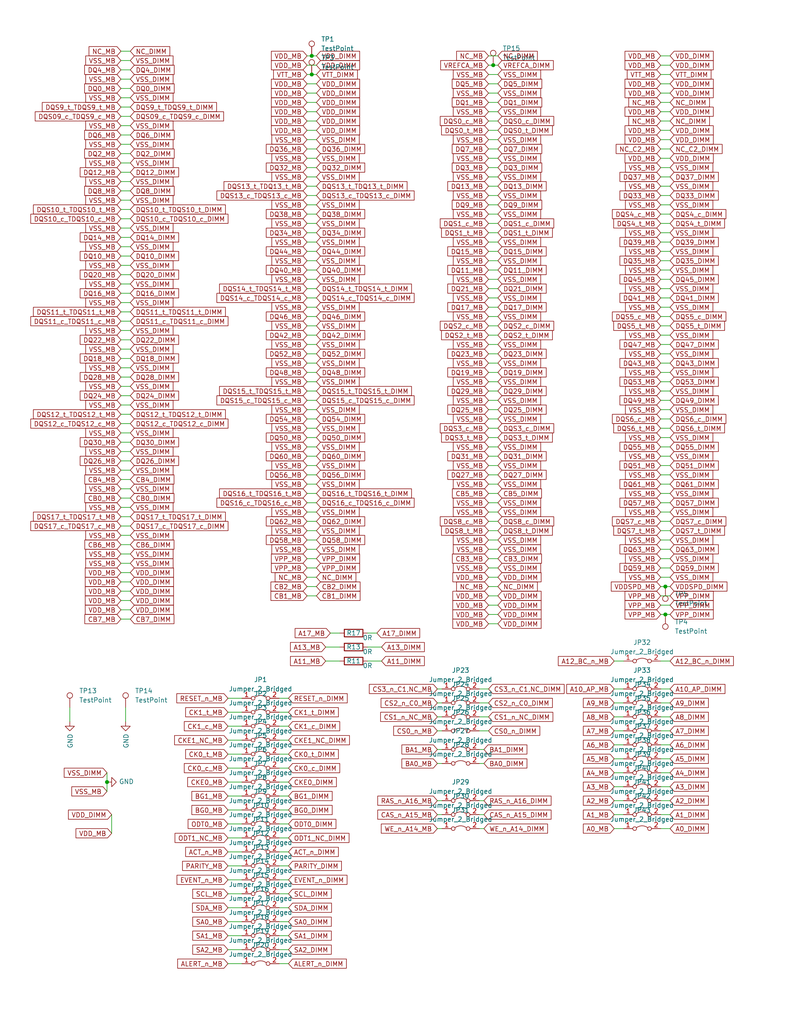
<source format=kicad_sch>
(kicad_sch (version 20230121) (generator eeschema)
  (paper "USLetter" portrait)
  (title_block (title "Direct connections between the DIMM and the Mother Board") (date "2019-11-01") (rev "1") (comment 1 "Autogenerated. See misc/check-ddr4.py"))
  (junction (at 85.09 20.32))
  (junction (at 134.62 17.78))
  (junction (at 181.61 160.02))
  (junction (at 85.09 15.24))
  (junction (at 29.21 213.36))
  (junction (at 181.61 167.64))
  (wire (pts (xy 83.82 88.9) (xy 86.36 88.9)))
  (wire (pts (xy 33.02 151.13) (xy 35.56 151.13)))
  (wire (pts (xy 83.82 127) (xy 86.36 127)))
  (wire (pts (xy 62.23 240.03) (xy 66.04 240.03)))
  (wire (pts (xy 83.82 132.08) (xy 86.36 132.08)))
  (wire (pts (xy 19.05 196.85) (xy 19.05 193.04)))
  (wire (pts (xy 180.34 199.39) (xy 182.88 199.39)))
  (wire (pts (xy 83.82 86.36) (xy 86.36 86.36)))
  (wire (pts (xy 180.34 53.34) (xy 182.88 53.34)))
  (wire (pts (xy 83.82 160.02) (xy 86.36 160.02)))
  (wire (pts (xy 88.9 180.34) (xy 92.71 180.34)))
  (wire (pts (xy 180.34 76.2) (xy 182.88 76.2)))
  (wire (pts (xy 167.64 199.39) (xy 170.18 199.39)))
  (wire (pts (xy 133.35 76.2) (xy 135.89 76.2)))
  (wire (pts (xy 83.82 17.78) (xy 86.36 17.78)))
  (wire (pts (xy 62.23 251.46) (xy 66.04 251.46)))
  (wire (pts (xy 76.2 247.65) (xy 78.74 247.65)))
  (wire (pts (xy 76.2 262.89) (xy 78.74 262.89)))
  (wire (pts (xy 83.82 111.76) (xy 86.36 111.76)))
  (wire (pts (xy 33.02 146.05) (xy 35.56 146.05)))
  (wire (pts (xy 62.23 255.27) (xy 66.04 255.27)))
  (wire (pts (xy 180.34 73.66) (xy 182.88 73.66)))
  (wire (pts (xy 33.02 110.49) (xy 35.56 110.49)))
  (wire (pts (xy 133.35 170.18) (xy 135.89 170.18)))
  (wire (pts (xy 33.02 36.83) (xy 35.56 36.83)))
  (wire (pts (xy 180.34 17.78) (xy 182.88 17.78)))
  (wire (pts (xy 83.82 99.06) (xy 86.36 99.06)))
  (wire (pts (xy 76.2 224.79) (xy 78.74 224.79)))
  (wire (pts (xy 83.82 124.46) (xy 86.36 124.46)))
  (wire (pts (xy 33.02 52.07) (xy 35.56 52.07)))
  (wire (pts (xy 33.02 80.01) (xy 35.56 80.01)))
  (wire (pts (xy 83.82 73.66) (xy 86.36 73.66)))
  (wire (pts (xy 62.23 228.6) (xy 66.04 228.6)))
  (wire (pts (xy 180.34 60.96) (xy 182.88 60.96)))
  (wire (pts (xy 119.38 218.44) (xy 120.65 218.44)))
  (wire (pts (xy 33.02 57.15) (xy 35.56 57.15)))
  (wire (pts (xy 83.82 55.88) (xy 86.36 55.88)))
  (wire (pts (xy 180.34 106.68) (xy 182.88 106.68)))
  (wire (pts (xy 133.35 111.76) (xy 135.89 111.76)))
  (wire (pts (xy 83.82 76.2) (xy 86.36 76.2)))
  (wire (pts (xy 134.62 17.78) (xy 135.89 17.78)))
  (wire (pts (xy 133.35 165.1) (xy 135.89 165.1)))
  (wire (pts (xy 133.35 101.6) (xy 135.89 101.6)))
  (wire (pts (xy 83.82 15.24) (xy 85.09 15.24)))
  (wire (pts (xy 180.34 81.28) (xy 182.88 81.28)))
  (wire (pts (xy 180.34 119.38) (xy 182.88 119.38)))
  (wire (pts (xy 83.82 91.44) (xy 86.36 91.44)))
  (wire (pts (xy 83.82 104.14) (xy 86.36 104.14)))
  (wire (pts (xy 180.34 144.78) (xy 182.88 144.78)))
  (wire (pts (xy 180.34 88.9) (xy 182.88 88.9)))
  (wire (pts (xy 33.02 140.97) (xy 35.56 140.97)))
  (wire (pts (xy 133.35 55.88) (xy 135.89 55.88)))
  (wire (pts (xy 180.34 33.02) (xy 182.88 33.02)))
  (wire (pts (xy 83.82 162.56) (xy 86.36 162.56)))
  (wire (pts (xy 83.82 109.22) (xy 86.36 109.22)))
  (wire (pts (xy 133.35 40.64) (xy 135.89 40.64)))
  (wire (pts (xy 180.34 91.44) (xy 182.88 91.44)))
  (wire (pts (xy 167.64 226.06) (xy 170.18 226.06)))
  (wire (pts (xy 62.23 243.84) (xy 66.04 243.84)))
  (wire (pts (xy 180.34 99.06) (xy 182.88 99.06)))
  (wire (pts (xy 85.09 15.24) (xy 86.36 15.24)))
  (wire (pts (xy 83.82 121.92) (xy 86.36 121.92)))
  (wire (pts (xy 33.02 77.47) (xy 35.56 77.47)))
  (wire (pts (xy 133.35 132.08) (xy 135.89 132.08)))
  (wire (pts (xy 33.02 13.97) (xy 35.56 13.97)))
  (wire (pts (xy 83.82 144.78) (xy 86.36 144.78)))
  (wire (pts (xy 119.38 226.06) (xy 120.65 226.06)))
  (wire (pts (xy 83.82 119.38) (xy 86.36 119.38)))
  (wire (pts (xy 180.34 27.94) (xy 182.88 27.94)))
  (wire (pts (xy 34.29 196.85) (xy 34.29 193.04)))
  (wire (pts (xy 133.35 20.32) (xy 135.89 20.32)))
  (wire (pts (xy 180.34 149.86) (xy 182.88 149.86)))
  (wire (pts (xy 180.34 30.48) (xy 182.88 30.48)))
  (wire (pts (xy 133.35 106.68) (xy 135.89 106.68)))
  (wire (pts (xy 76.2 198.12) (xy 78.74 198.12)))
  (wire (pts (xy 133.35 30.48) (xy 135.89 30.48)))
  (wire (pts (xy 180.34 203.2) (xy 182.88 203.2)))
  (wire (pts (xy 130.81 226.06) (xy 132.08 226.06)))
  (wire (pts (xy 133.35 60.96) (xy 135.89 60.96)))
  (wire (pts (xy 33.02 97.79) (xy 35.56 97.79)))
  (wire (pts (xy 167.64 180.34) (xy 170.18 180.34)))
  (wire (pts (xy 133.35 93.98) (xy 135.89 93.98)))
  (wire (pts (xy 33.02 69.85) (xy 35.56 69.85)))
  (wire (pts (xy 62.23 201.93) (xy 66.04 201.93)))
  (wire (pts (xy 83.82 53.34) (xy 86.36 53.34)))
  (wire (pts (xy 130.81 191.77) (xy 133.35 191.77)))
  (wire (pts (xy 33.02 64.77) (xy 35.56 64.77)))
  (wire (pts (xy 180.34 137.16) (xy 182.88 137.16)))
  (wire (pts (xy 133.35 38.1) (xy 135.89 38.1)))
  (wire (pts (xy 62.23 209.55) (xy 66.04 209.55)))
  (wire (pts (xy 180.34 40.64) (xy 182.88 40.64)))
  (wire (pts (xy 133.35 66.04) (xy 135.89 66.04)))
  (wire (pts (xy 62.23 220.98) (xy 66.04 220.98)))
  (wire (pts (xy 130.81 195.58) (xy 133.35 195.58)))
  (wire (pts (xy 133.35 78.74) (xy 135.89 78.74)))
  (wire (pts (xy 180.34 66.04) (xy 182.88 66.04)))
  (wire (pts (xy 83.82 71.12) (xy 86.36 71.12)))
  (wire (pts (xy 76.2 251.46) (xy 78.74 251.46)))
  (wire (pts (xy 167.64 207.01) (xy 170.18 207.01)))
  (wire (pts (xy 29.21 213.36) (xy 29.21 210.82)))
  (wire (pts (xy 83.82 134.62) (xy 86.36 134.62)))
  (wire (pts (xy 181.61 167.64) (xy 182.88 167.64)))
  (wire (pts (xy 33.02 120.65) (xy 35.56 120.65)))
  (wire (pts (xy 180.34 63.5) (xy 182.88 63.5)))
  (wire (pts (xy 83.82 63.5) (xy 86.36 63.5)))
  (wire (pts (xy 100.33 176.53) (xy 104.14 176.53)))
  (wire (pts (xy 133.35 81.28) (xy 135.89 81.28)))
  (wire (pts (xy 33.02 166.37) (xy 35.56 166.37)))
  (wire (pts (xy 180.34 160.02) (xy 181.61 160.02)))
  (wire (pts (xy 133.35 73.66) (xy 135.89 73.66)))
  (wire (pts (xy 33.02 90.17) (xy 35.56 90.17)))
  (wire (pts (xy 133.35 27.94) (xy 135.89 27.94)))
  (wire (pts (xy 88.9 176.53) (xy 92.71 176.53)))
  (wire (pts (xy 167.64 195.58) (xy 170.18 195.58)))
  (wire (pts (xy 180.34 167.64) (xy 181.61 167.64)))
  (wire (pts (xy 133.35 45.72) (xy 135.89 45.72)))
  (wire (pts (xy 33.02 41.91) (xy 35.56 41.91)))
  (wire (pts (xy 83.82 157.48) (xy 86.36 157.48)))
  (wire (pts (xy 133.35 124.46) (xy 135.89 124.46)))
  (wire (pts (xy 180.34 55.88) (xy 182.88 55.88)))
  (wire (pts (xy 83.82 149.86) (xy 86.36 149.86)))
  (wire (pts (xy 180.34 20.32) (xy 182.88 20.32)))
  (wire (pts (xy 180.34 78.74) (xy 182.88 78.74)))
  (wire (pts (xy 133.35 43.18) (xy 135.89 43.18)))
  (wire (pts (xy 130.81 199.39) (xy 133.35 199.39)))
  (wire (pts (xy 62.23 213.36) (xy 66.04 213.36)))
  (wire (pts (xy 133.35 83.82) (xy 135.89 83.82)))
  (wire (pts (xy 180.34 43.18) (xy 182.88 43.18)))
  (wire (pts (xy 76.2 190.5) (xy 78.74 190.5)))
  (wire (pts (xy 130.81 218.44) (xy 132.08 218.44)))
  (wire (pts (xy 83.82 22.86) (xy 86.36 22.86)))
  (wire (pts (xy 30.48 227.33) (xy 30.48 222.25)))
  (wire (pts (xy 83.82 40.64) (xy 86.36 40.64)))
  (wire (pts (xy 62.23 194.31) (xy 66.04 194.31)))
  (wire (pts (xy 33.02 158.75) (xy 35.56 158.75)))
  (wire (pts (xy 90.17 172.72) (xy 92.71 172.72)))
  (wire (pts (xy 76.2 259.08) (xy 78.74 259.08)))
  (wire (pts (xy 133.35 127) (xy 135.89 127)))
  (wire (pts (xy 33.02 46.99) (xy 35.56 46.99)))
  (wire (pts (xy 180.34 222.25) (xy 182.88 222.25)))
  (wire (pts (xy 62.23 247.65) (xy 66.04 247.65)))
  (wire (pts (xy 133.35 154.94) (xy 135.89 154.94)))
  (wire (pts (xy 180.34 127) (xy 182.88 127)))
  (wire (pts (xy 33.02 95.25) (xy 35.56 95.25)))
  (wire (pts (xy 180.34 38.1) (xy 182.88 38.1)))
  (wire (pts (xy 33.02 128.27) (xy 35.56 128.27)))
  (wire (pts (xy 180.34 35.56) (xy 182.88 35.56)))
  (wire (pts (xy 180.34 147.32) (xy 182.88 147.32)))
  (wire (pts (xy 33.02 105.41) (xy 35.56 105.41)))
  (wire (pts (xy 133.35 109.22) (xy 135.89 109.22)))
  (wire (pts (xy 180.34 116.84) (xy 182.88 116.84)))
  (wire (pts (xy 33.02 113.03) (xy 35.56 113.03)))
  (wire (pts (xy 33.02 72.39) (xy 35.56 72.39)))
  (wire (pts (xy 119.38 187.96) (xy 120.65 187.96)))
  (wire (pts (xy 133.35 48.26) (xy 135.89 48.26)))
  (wire (pts (xy 180.34 226.06) (xy 182.88 226.06)))
  (wire (pts (xy 133.35 63.5) (xy 135.89 63.5)))
  (wire (pts (xy 33.02 168.91) (xy 35.56 168.91)))
  (wire (pts (xy 83.82 60.96) (xy 86.36 60.96)))
  (wire (pts (xy 167.64 191.77) (xy 170.18 191.77)))
  (wire (pts (xy 83.82 142.24) (xy 86.36 142.24)))
  (wire (pts (xy 33.02 31.75) (xy 35.56 31.75)))
  (wire (pts (xy 83.82 50.8) (xy 86.36 50.8)))
  (wire (pts (xy 33.02 49.53) (xy 35.56 49.53)))
  (wire (pts (xy 180.34 154.94) (xy 182.88 154.94)))
  (wire (pts (xy 180.34 114.3) (xy 182.88 114.3)))
  (wire (pts (xy 83.82 66.04) (xy 86.36 66.04)))
  (wire (pts (xy 76.2 243.84) (xy 78.74 243.84)))
  (wire (pts (xy 83.82 101.6) (xy 86.36 101.6)))
  (wire (pts (xy 133.35 88.9) (xy 135.89 88.9)))
  (wire (pts (xy 33.02 163.83) (xy 35.56 163.83)))
  (wire (pts (xy 133.35 114.3) (xy 135.89 114.3)))
  (wire (pts (xy 133.35 149.86) (xy 135.89 149.86)))
  (wire (pts (xy 180.34 25.4) (xy 182.88 25.4)))
  (wire (pts (xy 62.23 232.41) (xy 66.04 232.41)))
  (wire (pts (xy 33.02 21.59) (xy 35.56 21.59)))
  (wire (pts (xy 180.34 68.58) (xy 182.88 68.58)))
  (wire (pts (xy 181.61 160.02) (xy 182.88 160.02)))
  (wire (pts (xy 167.64 187.96) (xy 170.18 187.96)))
  (wire (pts (xy 76.2 205.74) (xy 78.74 205.74)))
  (wire (pts (xy 180.34 134.62) (xy 182.88 134.62)))
  (wire (pts (xy 83.82 83.82) (xy 86.36 83.82)))
  (wire (pts (xy 180.34 104.14) (xy 182.88 104.14)))
  (wire (pts (xy 180.34 86.36) (xy 182.88 86.36)))
  (wire (pts (xy 180.34 191.77) (xy 182.88 191.77)))
  (wire (pts (xy 83.82 96.52) (xy 86.36 96.52)))
  (wire (pts (xy 180.34 93.98) (xy 182.88 93.98)))
  (wire (pts (xy 133.35 116.84) (xy 135.89 116.84)))
  (wire (pts (xy 33.02 85.09) (xy 35.56 85.09)))
  (wire (pts (xy 130.81 187.96) (xy 133.35 187.96)))
  (wire (pts (xy 133.35 71.12) (xy 135.89 71.12)))
  (wire (pts (xy 180.34 22.86) (xy 182.88 22.86)))
  (wire (pts (xy 119.38 222.25) (xy 120.65 222.25)))
  (wire (pts (xy 83.82 114.3) (xy 86.36 114.3)))
  (wire (pts (xy 33.02 102.87) (xy 35.56 102.87)))
  (wire (pts (xy 76.2 209.55) (xy 78.74 209.55)))
  (wire (pts (xy 62.23 262.89) (xy 66.04 262.89)))
  (wire (pts (xy 83.82 137.16) (xy 86.36 137.16)))
  (wire (pts (xy 133.35 152.4) (xy 135.89 152.4)))
  (wire (pts (xy 33.02 125.73) (xy 35.56 125.73)))
  (wire (pts (xy 167.64 203.2) (xy 170.18 203.2)))
  (wire (pts (xy 33.02 153.67) (xy 35.56 153.67)))
  (wire (pts (xy 33.02 19.05) (xy 35.56 19.05)))
  (wire (pts (xy 100.33 180.34) (xy 104.14 180.34)))
  (wire (pts (xy 33.02 130.81) (xy 35.56 130.81)))
  (wire (pts (xy 180.34 132.08) (xy 182.88 132.08)))
  (wire (pts (xy 33.02 54.61) (xy 35.56 54.61)))
  (wire (pts (xy 76.2 217.17) (xy 78.74 217.17)))
  (wire (pts (xy 119.38 199.39) (xy 120.65 199.39)))
  (wire (pts (xy 133.35 134.62) (xy 135.89 134.62)))
  (wire (pts (xy 76.2 232.41) (xy 78.74 232.41)))
  (wire (pts (xy 33.02 107.95) (xy 35.56 107.95)))
  (wire (pts (xy 62.23 205.74) (xy 66.04 205.74)))
  (wire (pts (xy 133.35 137.16) (xy 135.89 137.16)))
  (wire (pts (xy 133.35 58.42) (xy 135.89 58.42)))
  (wire (pts (xy 33.02 115.57) (xy 35.56 115.57)))
  (wire (pts (xy 29.21 215.9) (xy 29.21 213.36)))
  (wire (pts (xy 83.82 43.18) (xy 86.36 43.18)))
  (wire (pts (xy 83.82 139.7) (xy 86.36 139.7)))
  (wire (pts (xy 33.02 138.43) (xy 35.56 138.43)))
  (wire (pts (xy 133.35 17.78) (xy 134.62 17.78)))
  (wire (pts (xy 83.82 81.28) (xy 86.36 81.28)))
  (wire (pts (xy 180.34 162.56) (xy 182.88 162.56)))
  (wire (pts (xy 33.02 82.55) (xy 35.56 82.55)))
  (wire (pts (xy 33.02 118.11) (xy 35.56 118.11)))
  (wire (pts (xy 133.35 144.78) (xy 135.89 144.78)))
  (wire (pts (xy 62.23 190.5) (xy 66.04 190.5)))
  (wire (pts (xy 180.34 187.96) (xy 182.88 187.96)))
  (wire (pts (xy 133.35 15.24) (xy 135.89 15.24)))
  (wire (pts (xy 33.02 29.21) (xy 35.56 29.21)))
  (wire (pts (xy 130.81 222.25) (xy 132.08 222.25)))
  (wire (pts (xy 62.23 217.17) (xy 66.04 217.17)))
  (wire (pts (xy 167.64 210.82) (xy 170.18 210.82)))
  (wire (pts (xy 133.35 50.8) (xy 135.89 50.8)))
  (wire (pts (xy 83.82 30.48) (xy 86.36 30.48)))
  (wire (pts (xy 83.82 68.58) (xy 86.36 68.58)))
  (wire (pts (xy 133.35 33.02) (xy 135.89 33.02)))
  (wire (pts (xy 180.34 157.48) (xy 182.88 157.48)))
  (wire (pts (xy 83.82 93.98) (xy 86.36 93.98)))
  (wire (pts (xy 83.82 35.56) (xy 86.36 35.56)))
  (wire (pts (xy 76.2 201.93) (xy 78.74 201.93)))
  (wire (pts (xy 83.82 45.72) (xy 86.36 45.72)))
  (wire (pts (xy 180.34 50.8) (xy 182.88 50.8)))
  (wire (pts (xy 76.2 194.31) (xy 78.74 194.31)))
  (wire (pts (xy 180.34 195.58) (xy 182.88 195.58)))
  (wire (pts (xy 133.35 53.34) (xy 135.89 53.34)))
  (wire (pts (xy 33.02 24.13) (xy 35.56 24.13)))
  (wire (pts (xy 180.34 129.54) (xy 182.88 129.54)))
  (wire (pts (xy 83.82 25.4) (xy 86.36 25.4)))
  (wire (pts (xy 119.38 191.77) (xy 120.65 191.77)))
  (wire (pts (xy 33.02 87.63) (xy 35.56 87.63)))
  (wire (pts (xy 33.02 16.51) (xy 35.56 16.51)))
  (wire (pts (xy 133.35 157.48) (xy 135.89 157.48)))
  (wire (pts (xy 76.2 213.36) (xy 78.74 213.36)))
  (wire (pts (xy 133.35 167.64) (xy 135.89 167.64)))
  (wire (pts (xy 83.82 48.26) (xy 86.36 48.26)))
  (wire (pts (xy 33.02 92.71) (xy 35.56 92.71)))
  (wire (pts (xy 180.34 124.46) (xy 182.88 124.46)))
  (wire (pts (xy 33.02 135.89) (xy 35.56 135.89)))
  (wire (pts (xy 133.35 142.24) (xy 135.89 142.24)))
  (wire (pts (xy 83.82 129.54) (xy 86.36 129.54)))
  (wire (pts (xy 167.64 222.25) (xy 170.18 222.25)))
  (wire (pts (xy 180.34 111.76) (xy 182.88 111.76)))
  (wire (pts (xy 180.34 165.1) (xy 182.88 165.1)))
  (wire (pts (xy 133.35 104.14) (xy 135.89 104.14)))
  (wire (pts (xy 180.34 210.82) (xy 182.88 210.82)))
  (wire (pts (xy 133.35 35.56) (xy 135.89 35.56)))
  (wire (pts (xy 33.02 39.37) (xy 35.56 39.37)))
  (wire (pts (xy 133.35 162.56) (xy 135.89 162.56)))
  (wire (pts (xy 33.02 34.29) (xy 35.56 34.29)))
  (wire (pts (xy 76.2 240.03) (xy 78.74 240.03)))
  (wire (pts (xy 76.2 255.27) (xy 78.74 255.27)))
  (wire (pts (xy 180.34 58.42) (xy 182.88 58.42)))
  (wire (pts (xy 62.23 198.12) (xy 66.04 198.12)))
  (wire (pts (xy 83.82 58.42) (xy 86.36 58.42)))
  (wire (pts (xy 33.02 62.23) (xy 35.56 62.23)))
  (wire (pts (xy 180.34 152.4) (xy 182.88 152.4)))
  (wire (pts (xy 133.35 129.54) (xy 135.89 129.54)))
  (wire (pts (xy 83.82 116.84) (xy 86.36 116.84)))
  (wire (pts (xy 180.34 214.63) (xy 182.88 214.63)))
  (wire (pts (xy 33.02 123.19) (xy 35.56 123.19)))
  (wire (pts (xy 62.23 236.22) (xy 66.04 236.22)))
  (wire (pts (xy 33.02 74.93) (xy 35.56 74.93)))
  (wire (pts (xy 133.35 86.36) (xy 135.89 86.36)))
  (wire (pts (xy 33.02 161.29) (xy 35.56 161.29)))
  (wire (pts (xy 33.02 143.51) (xy 35.56 143.51)))
  (wire (pts (xy 33.02 133.35) (xy 35.56 133.35)))
  (wire (pts (xy 133.35 91.44) (xy 135.89 91.44)))
  (wire (pts (xy 33.02 44.45) (xy 35.56 44.45)))
  (wire (pts (xy 133.35 96.52) (xy 135.89 96.52)))
  (wire (pts (xy 180.34 121.92) (xy 182.88 121.92)))
  (wire (pts (xy 180.34 101.6) (xy 182.88 101.6)))
  (wire (pts (xy 133.35 121.92) (xy 135.89 121.92)))
  (wire (pts (xy 83.82 152.4) (xy 86.36 152.4)))
  (wire (pts (xy 133.35 22.86) (xy 135.89 22.86)))
  (wire (pts (xy 62.23 224.79) (xy 66.04 224.79)))
  (wire (pts (xy 167.64 214.63) (xy 170.18 214.63)))
  (wire (pts (xy 180.34 45.72) (xy 182.88 45.72)))
  (wire (pts (xy 76.2 220.98) (xy 78.74 220.98)))
  (wire (pts (xy 62.23 259.08) (xy 66.04 259.08)))
  (wire (pts (xy 33.02 148.59) (xy 35.56 148.59)))
  (wire (pts (xy 180.34 207.01) (xy 182.88 207.01)))
  (wire (pts (xy 133.35 99.06) (xy 135.89 99.06)))
  (wire (pts (xy 180.34 139.7) (xy 182.88 139.7)))
  (wire (pts (xy 133.35 25.4) (xy 135.89 25.4)))
  (wire (pts (xy 76.2 228.6) (xy 78.74 228.6)))
  (wire (pts (xy 83.82 33.02) (xy 86.36 33.02)))
  (wire (pts (xy 180.34 83.82) (xy 182.88 83.82)))
  (wire (pts (xy 133.35 68.58) (xy 135.89 68.58)))
  (wire (pts (xy 133.35 119.38) (xy 135.89 119.38)))
  (wire (pts (xy 180.34 48.26) (xy 182.88 48.26)))
  (wire (pts (xy 180.34 71.12) (xy 182.88 71.12)))
  (wire (pts (xy 33.02 100.33) (xy 35.56 100.33)))
  (wire (pts (xy 180.34 180.34) (xy 182.88 180.34)))
  (wire (pts (xy 33.02 59.69) (xy 35.56 59.69)))
  (wire (pts (xy 33.02 67.31) (xy 35.56 67.31)))
  (wire (pts (xy 83.82 38.1) (xy 86.36 38.1)))
  (wire (pts (xy 85.09 20.32) (xy 86.36 20.32)))
  (wire (pts (xy 76.2 236.22) (xy 78.74 236.22)))
  (wire (pts (xy 119.38 208.28) (xy 120.65 208.28)))
  (wire (pts (xy 180.34 218.44) (xy 182.88 218.44)))
  (wire (pts (xy 33.02 26.67) (xy 35.56 26.67)))
  (wire (pts (xy 180.34 109.22) (xy 182.88 109.22)))
  (wire (pts (xy 180.34 142.24) (xy 182.88 142.24)))
  (wire (pts (xy 119.38 204.47) (xy 120.65 204.47)))
  (wire (pts (xy 83.82 154.94) (xy 86.36 154.94)))
  (wire (pts (xy 180.34 96.52) (xy 182.88 96.52)))
  (wire (pts (xy 130.81 208.28) (xy 132.08 208.28)))
  (wire (pts (xy 180.34 15.24) (xy 182.88 15.24)))
  (wire (pts (xy 130.81 204.47) (xy 132.08 204.47)))
  (wire (pts (xy 83.82 27.94) (xy 86.36 27.94)))
  (wire (pts (xy 133.35 147.32) (xy 135.89 147.32)))
  (wire (pts (xy 100.33 172.72) (xy 102.87 172.72)))
  (wire (pts (xy 133.35 160.02) (xy 135.89 160.02)))
  (wire (pts (xy 83.82 106.68) (xy 86.36 106.68)))
  (wire (pts (xy 83.82 78.74) (xy 86.36 78.74)))
  (wire (pts (xy 167.64 218.44) (xy 170.18 218.44)))
  (wire (pts (xy 83.82 147.32) (xy 86.36 147.32)))
  (wire (pts (xy 83.82 20.32) (xy 85.09 20.32)))
  (wire (pts (xy 33.02 156.21) (xy 35.56 156.21)))
  (wire (pts (xy 119.38 195.58) (xy 120.65 195.58)))
  (wire (pts (xy 133.35 139.7) (xy 135.89 139.7)))
  (global_label "VSS_MB" (shape input) (at 33.02 138.43 180) (property "Intersheetrefs" "${INTERSHEET_REFS}" (effects hide)))
  (global_label "VDD_DIMM" (shape input) (at 35.56 161.29 0) (property "Intersheetrefs" "${INTERSHEET_REFS}" (effects hide)))
  (global_label "DQ43_DIMM" (shape input) (at 182.88 99.06 0) (property "Intersheetrefs" "${INTERSHEET_REFS}" (effects hide)))
  (global_label "VDD_MB" (shape input) (at 33.02 166.37 180) (property "Intersheetrefs" "${INTERSHEET_REFS}" (effects hide)))
  (global_label "DQS8_t_MB" (shape input) (at 133.35 144.78 180) (property "Intersheetrefs" "${INTERSHEET_REFS}" (effects hide)))
  (global_label "VSS_DIMM" (shape input) (at 86.36 76.2 0) (property "Intersheetrefs" "${INTERSHEET_REFS}" (effects hide)))
  (global_label "CB0_MB" (shape input) (at 33.02 135.89 180) (property "Intersheetrefs" "${INTERSHEET_REFS}" (effects hide)))
  (global_label "DQS6_c_DIMM" (shape input) (at 182.88 114.3 0) (property "Intersheetrefs" "${INTERSHEET_REFS}" (effects hide)))
  (global_label "VSS_MB" (shape input) (at 180.34 78.74 180) (property "Intersheetrefs" "${INTERSHEET_REFS}" (effects hide)))
  (global_label "DQ11_MB" (shape input) (at 133.35 73.66 180) (property "Intersheetrefs" "${INTERSHEET_REFS}" (effects hide)))
  (global_label "DQS4_t_MB" (shape input) (at 180.34 60.96 180) (property "Intersheetrefs" "${INTERSHEET_REFS}" (effects hide)))
  (global_label "BG0_MB" (shape input) (at 62.23 220.98 180) (property "Intersheetrefs" "${INTERSHEET_REFS}" (effects hide)))
  (global_label "DQS13_t_TDQ13_t_DIMM" (shape input) (at 86.36 50.8 0) (property "Intersheetrefs" "${INTERSHEET_REFS}" (effects hide)))
  (global_label "DQS0_c_DIMM" (shape input) (at 135.89 33.02 0) (property "Intersheetrefs" "${INTERSHEET_REFS}" (effects hide)))
  (global_label "ODT0_MB" (shape input) (at 62.23 224.79 180) (property "Intersheetrefs" "${INTERSHEET_REFS}" (effects hide)))
  (global_label "VDD_MB" (shape input) (at 83.82 22.86 180) (property "Intersheetrefs" "${INTERSHEET_REFS}" (effects hide)))
  (global_label "VSS_DIMM" (shape input) (at 86.36 121.92 0) (property "Intersheetrefs" "${INTERSHEET_REFS}" (effects hide)))
  (global_label "DQS7_t_MB" (shape input) (at 180.34 144.78 180) (property "Intersheetrefs" "${INTERSHEET_REFS}" (effects hide)))
  (global_label "VSS_MB" (shape input) (at 33.02 77.47 180) (property "Intersheetrefs" "${INTERSHEET_REFS}" (effects hide)))
  (global_label "VDD_MB" (shape input) (at 133.35 165.1 180) (property "Intersheetrefs" "${INTERSHEET_REFS}" (effects hide)))
  (global_label "VSS_DIMM" (shape input) (at 86.36 38.1 0) (property "Intersheetrefs" "${INTERSHEET_REFS}" (effects hide)))
  (global_label "DQ23_DIMM" (shape input) (at 135.89 96.52 0) (property "Intersheetrefs" "${INTERSHEET_REFS}" (effects hide)))
  (global_label "DQS9_t_TDQS9_t_DIMM" (shape input) (at 35.56 29.21 0) (property "Intersheetrefs" "${INTERSHEET_REFS}" (effects hide)))
  (global_label "DQS14_t_TDQS14_t_DIMM" (shape input) (at 86.36 78.74 0) (property "Intersheetrefs" "${INTERSHEET_REFS}" (effects hide)))
  (global_label "VSS_MB" (shape input) (at 33.02 72.39 180) (property "Intersheetrefs" "${INTERSHEET_REFS}" (effects hide)))
  (global_label "VSS_MB" (shape input) (at 133.35 76.2 180) (property "Intersheetrefs" "${INTERSHEET_REFS}" (effects hide)))
  (global_label "VPP_MB" (shape input) (at 180.34 165.1 180) (property "Intersheetrefs" "${INTERSHEET_REFS}" (effects hide)))
  (global_label "VSS_DIMM" (shape input) (at 86.36 60.96 0) (property "Intersheetrefs" "${INTERSHEET_REFS}" (effects hide)))
  (global_label "VSS_DIMM" (shape input) (at 35.56 138.43 0) (property "Intersheetrefs" "${INTERSHEET_REFS}" (effects hide)))
  (global_label "VDD_DIMM" (shape input) (at 182.88 38.1 0) (property "Intersheetrefs" "${INTERSHEET_REFS}" (effects hide)))
  (global_label "CB6_MB" (shape input) (at 33.02 148.59 180) (property "Intersheetrefs" "${INTERSHEET_REFS}" (effects hide)))
  (global_label "DQS13_t_TDQ13_t_MB" (shape input) (at 83.82 50.8 180) (property "Intersheetrefs" "${INTERSHEET_REFS}" (effects hide)))
  (global_label "DQ46_MB" (shape input) (at 83.82 86.36 180) (property "Intersheetrefs" "${INTERSHEET_REFS}" (effects hide)))
  (global_label "DQ13_MB" (shape input) (at 133.35 50.8 180) (property "Intersheetrefs" "${INTERSHEET_REFS}" (effects hide)))
  (global_label "VSS_MB" (shape input) (at 83.82 99.06 180) (property "Intersheetrefs" "${INTERSHEET_REFS}" (effects hide)))
  (global_label "VSS_MB" (shape input) (at 133.35 114.3 180) (property "Intersheetrefs" "${INTERSHEET_REFS}" (effects hide)))
  (global_label "VSS_MB" (shape input) (at 133.35 30.48 180) (property "Intersheetrefs" "${INTERSHEET_REFS}" (effects hide)))
  (global_label "DQ58_DIMM" (shape input) (at 86.36 147.32 0) (property "Intersheetrefs" "${INTERSHEET_REFS}" (effects hide)))
  (global_label "VREFCA_MB" (shape input) (at 133.35 17.78 180) (property "Intersheetrefs" "${INTERSHEET_REFS}" (effects hide)))
  (global_label "VSS_MB" (shape input) (at 133.35 139.7 180) (property "Intersheetrefs" "${INTERSHEET_REFS}" (effects hide)))
  (global_label "NC_MB" (shape input) (at 180.34 27.94 180) (property "Intersheetrefs" "${INTERSHEET_REFS}" (effects hide)))
  (global_label "VDD_MB" (shape input) (at 83.82 33.02 180) (property "Intersheetrefs" "${INTERSHEET_REFS}" (effects hide)))
  (global_label "VSS_MB" (shape input) (at 133.35 53.34 180) (property "Intersheetrefs" "${INTERSHEET_REFS}" (effects hide)))
  (global_label "DQS3_t_DIMM" (shape input) (at 135.89 119.38 0) (property "Intersheetrefs" "${INTERSHEET_REFS}" (effects hide)))
  (global_label "SA2_DIMM" (shape input) (at 78.74 259.08 0) (property "Intersheetrefs" "${INTERSHEET_REFS}" (effects hide)))
  (global_label "VDD_DIMM" (shape input) (at 135.89 157.48 0) (property "Intersheetrefs" "${INTERSHEET_REFS}" (effects hide)))
  (global_label "WE_n_A14_DIMM" (shape input) (at 132.08 226.06 0) (property "Intersheetrefs" "${INTERSHEET_REFS}" (effects hide)))
  (global_label "DQ38_DIMM" (shape input) (at 86.36 58.42 0) (property "Intersheetrefs" "${INTERSHEET_REFS}" (effects hide)))
  (global_label "DQ34_DIMM" (shape input) (at 86.36 63.5 0) (property "Intersheetrefs" "${INTERSHEET_REFS}" (effects hide)))
  (global_label "DQ56_DIMM" (shape input) (at 86.36 129.54 0) (property "Intersheetrefs" "${INTERSHEET_REFS}" (effects hide)))
  (global_label "DQ41_MB" (shape input) (at 180.34 81.28 180) (property "Intersheetrefs" "${INTERSHEET_REFS}" (effects hide)))
  (global_label "VDD_MB" (shape input) (at 83.82 35.56 180) (property "Intersheetrefs" "${INTERSHEET_REFS}" (effects hide)))
  (global_label "VREFCA_DIMM" (shape input) (at 135.89 17.78 0) (property "Intersheetrefs" "${INTERSHEET_REFS}" (effects hide)))
  (global_label "DQS2_t_DIMM" (shape input) (at 135.89 91.44 0) (property "Intersheetrefs" "${INTERSHEET_REFS}" (effects hide)))
  (global_label "DQS2_t_MB" (shape input) (at 133.35 91.44 180) (property "Intersheetrefs" "${INTERSHEET_REFS}" (effects hide)))
  (global_label "VSS_MB" (shape input) (at 33.02 44.45 180) (property "Intersheetrefs" "${INTERSHEET_REFS}" (effects hide)))
  (global_label "VSS_DIMM" (shape input) (at 86.36 139.7 0) (property "Intersheetrefs" "${INTERSHEET_REFS}" (effects hide)))
  (global_label "DQS4_c_DIMM" (shape input) (at 182.88 58.42 0) (property "Intersheetrefs" "${INTERSHEET_REFS}" (effects hide)))
  (global_label "DQ63_MB" (shape input) (at 180.34 149.86 180) (property "Intersheetrefs" "${INTERSHEET_REFS}" (effects hide)))
  (global_label "A5_DIMM" (shape input) (at 182.88 207.01 0) (property "Intersheetrefs" "${INTERSHEET_REFS}" (effects hide)))
  (global_label "VDD_DIMM" (shape input) (at 35.56 163.83 0) (property "Intersheetrefs" "${INTERSHEET_REFS}" (effects hide)))
  (global_label "SA1_DIMM" (shape input) (at 78.74 255.27 0) (property "Intersheetrefs" "${INTERSHEET_REFS}" (effects hide)))
  (global_label "NC_DIMM" (shape input) (at 135.89 160.02 0) (property "Intersheetrefs" "${INTERSHEET_REFS}" (effects hide)))
  (global_label "CK1_t_DIMM" (shape input) (at 78.74 194.31 0) (property "Intersheetrefs" "${INTERSHEET_REFS}" (effects hide)))
  (global_label "VSS_MB" (shape input) (at 180.34 101.6 180) (property "Intersheetrefs" "${INTERSHEET_REFS}" (effects hide)))
  (global_label "VSS_DIMM" (shape input) (at 86.36 43.18 0) (property "Intersheetrefs" "${INTERSHEET_REFS}" (effects hide)))
  (global_label "VDD_MB" (shape input) (at 133.35 170.18 180) (property "Intersheetrefs" "${INTERSHEET_REFS}" (effects hide)))
  (global_label "VSS_MB" (shape input) (at 133.35 137.16 180) (property "Intersheetrefs" "${INTERSHEET_REFS}" (effects hide)))
  (global_label "DQS13_c_TDQS13_c_MB" (shape input) (at 83.82 53.34 180) (property "Intersheetrefs" "${INTERSHEET_REFS}" (effects hide)))
  (global_label "DQ19_DIMM" (shape input) (at 135.89 101.6 0) (property "Intersheetrefs" "${INTERSHEET_REFS}" (effects hide)))
  (global_label "VSS_DIMM" (shape input) (at 35.56 77.47 0) (property "Intersheetrefs" "${INTERSHEET_REFS}" (effects hide)))
  (global_label "VSS_MB" (shape input) (at 33.02 118.11 180) (property "Intersheetrefs" "${INTERSHEET_REFS}" (effects hide)))
  (global_label "DQS16_c_TDQS16_c_MB" (shape input) (at 83.82 137.16 180) (property "Intersheetrefs" "${INTERSHEET_REFS}" (effects hide)))
  (global_label "VSS_MB" (shape input) (at 133.35 86.36 180) (property "Intersheetrefs" "${INTERSHEET_REFS}" (effects hide)))
  (global_label "CB0_DIMM" (shape input) (at 35.56 135.89 0) (property "Intersheetrefs" "${INTERSHEET_REFS}" (effects hide)))
  (global_label "DQS3_c_MB" (shape input) (at 133.35 116.84 180) (property "Intersheetrefs" "${INTERSHEET_REFS}" (effects hide)))
  (global_label "VPP_MB" (shape input) (at 180.34 167.64 180) (property "Intersheetrefs" "${INTERSHEET_REFS}" (effects hide)))
  (global_label "DQS16_t_TDQS16_t_DIMM" (shape input) (at 86.36 134.62 0) (property "Intersheetrefs" "${INTERSHEET_REFS}" (effects hide)))
  (global_label "DQ24_DIMM" (shape input) (at 35.56 107.95 0) (property "Intersheetrefs" "${INTERSHEET_REFS}" (effects hide)))
  (global_label "VSS_DIMM" (shape input) (at 135.89 132.08 0) (property "Intersheetrefs" "${INTERSHEET_REFS}" (effects hide)))
  (global_label "DQ28_DIMM" (shape input) (at 35.56 102.87 0) (property "Intersheetrefs" "${INTERSHEET_REFS}" (effects hide)))
  (global_label "DQ33_DIMM" (shape input) (at 182.88 53.34 0) (property "Intersheetrefs" "${INTERSHEET_REFS}" (effects hide)))
  (global_label "A7_DIMM" (shape input) (at 182.88 199.39 0) (property "Intersheetrefs" "${INTERSHEET_REFS}" (effects hide)))
  (global_label "CB5_DIMM" (shape input) (at 135.89 134.62 0) (property "Intersheetrefs" "${INTERSHEET_REFS}" (effects hide)))
  (global_label "DQS10_t_TDQS10_t_DIMM" (shape input) (at 35.56 57.15 0) (property "Intersheetrefs" "${INTERSHEET_REFS}" (effects hide)))
  (global_label "VSS_DIMM" (shape input) (at 86.36 111.76 0) (property "Intersheetrefs" "${INTERSHEET_REFS}" (effects hide)))
  (global_label "VSS_DIMM" (shape input) (at 35.56 153.67 0) (property "Intersheetrefs" "${INTERSHEET_REFS}" (effects hide)))
  (global_label "DQ60_MB" (shape input) (at 83.82 124.46 180) (property "Intersheetrefs" "${INTERSHEET_REFS}" (effects hide)))
  (global_label "DQ57_MB" (shape input) (at 180.34 137.16 180) (property "Intersheetrefs" "${INTERSHEET_REFS}" (effects hide)))
  (global_label "VSS_MB" (shape input) (at 83.82 127 180) (property "Intersheetrefs" "${INTERSHEET_REFS}" (effects hide)))
  (global_label "VDD_MB" (shape input) (at 83.82 15.24 180) (property "Intersheetrefs" "${INTERSHEET_REFS}" (effects hide)))
  (global_label "VSS_DIMM" (shape input) (at 182.88 119.38 0) (property "Intersheetrefs" "${INTERSHEET_REFS}" (effects hide)))
  (global_label "DQ54_MB" (shape input) (at 83.82 114.3 180) (property "Intersheetrefs" "${INTERSHEET_REFS}" (effects hide)))
  (global_label "DQ63_DIMM" (shape input) (at 182.88 149.86 0) (property "Intersheetrefs" "${INTERSHEET_REFS}" (effects hide)))
  (global_label "DQ50_MB" (shape input) (at 83.82 119.38 180) (property "Intersheetrefs" "${INTERSHEET_REFS}" (effects hide)))
  (global_label "VSS_DIMM" (shape input) (at 182.88 152.4 0) (property "Intersheetrefs" "${INTERSHEET_REFS}" (effects hide)))
  (global_label "DQS12_t_TDQS12_t_MB" (shape input) (at 33.02 113.03 180) (property "Intersheetrefs" "${INTERSHEET_REFS}" (effects hide)))
  (global_label "VSS_MB" (shape input) (at 33.02 26.67 180) (property "Intersheetrefs" "${INTERSHEET_REFS}" (effects hide)))
  (global_label "ALERT_n_MB" (shape input) (at 62.23 262.89 180) (property "Intersheetrefs" "${INTERSHEET_REFS}" (effects hide)))
  (global_label "DQS17_c_TDQS17_c_DIMM" (shape input) (at 35.56 143.51 0) (property "Intersheetrefs" "${INTERSHEET_REFS}" (effects hide)))
  (global_label "VSS_MB" (shape input) (at 180.34 152.4 180) (property "Intersheetrefs" "${INTERSHEET_REFS}" (effects hide)))
  (global_label "SDA_DIMM" (shape input) (at 78.74 247.65 0) (property "Intersheetrefs" "${INTERSHEET_REFS}" (effects hide)))
  (global_label "RAS_n_A16_DIMM" (shape input) (at 132.08 218.44 0) (property "Intersheetrefs" "${INTERSHEET_REFS}" (effects hide)))
  (global_label "NC_DIMM" (shape input) (at 35.56 13.97 0) (property "Intersheetrefs" "${INTERSHEET_REFS}" (effects hide)))
  (global_label "VSS_MB" (shape input) (at 33.02 67.31 180) (property "Intersheetrefs" "${INTERSHEET_REFS}" (effects hide)))
  (global_label "VSS_DIMM" (shape input) (at 135.89 127 0) (property "Intersheetrefs" "${INTERSHEET_REFS}" (effects hide)))
  (global_label "VSS_DIMM" (shape input) (at 135.89 71.12 0) (property "Intersheetrefs" "${INTERSHEET_REFS}" (effects hide)))
  (global_label "PARITY_DIMM" (shape input) (at 78.74 236.22 0) (property "Intersheetrefs" "${INTERSHEET_REFS}" (effects hide)))
  (global_label "DQ27_MB" (shape input) (at 133.35 129.54 180) (property "Intersheetrefs" "${INTERSHEET_REFS}" (effects hide)))
  (global_label "DQS16_c_TDQS16_c_DIMM" (shape input) (at 86.36 137.16 0) (property "Intersheetrefs" "${INTERSHEET_REFS}" (effects hide)))
  (global_label "VDD_MB" (shape input) (at 83.82 27.94 180) (property "Intersheetrefs" "${INTERSHEET_REFS}" (effects hide)))
  (global_label "VSS_MB" (shape input) (at 180.34 83.82 180) (property "Intersheetrefs" "${INTERSHEET_REFS}" (effects hide)))
  (global_label "RESET_n_DIMM" (shape input) (at 78.74 190.5 0) (property "Intersheetrefs" "${INTERSHEET_REFS}" (effects hide)))
  (global_label "VSS_DIMM" (shape input) (at 135.89 114.3 0) (property "Intersheetrefs" "${INTERSHEET_REFS}" (effects hide)))
  (global_label "DQ27_DIMM" (shape input) (at 135.89 129.54 0) (property "Intersheetrefs" "${INTERSHEET_REFS}" (effects hide)))
  (global_label "DQ18_MB" (shape input) (at 33.02 97.79 180) (property "Intersheetrefs" "${INTERSHEET_REFS}" (effects hide)))
  (global_label "CB7_MB" (shape input) (at 33.02 168.91 180) (property "Intersheetrefs" "${INTERSHEET_REFS}" (effects hide)))
  (global_label "VSS_DIMM" (shape input) (at 86.36 116.84 0) (property "Intersheetrefs" "${INTERSHEET_REFS}" (effects hide)))
  (global_label "VSS_MB" (shape input) (at 83.82 48.26 180) (property "Intersheetrefs" "${INTERSHEET_REFS}" (effects hide)))
  (global_label "VSS_MB" (shape input) (at 133.35 71.12 180) (property "Intersheetrefs" "${INTERSHEET_REFS}" (effects hide)))
  (global_label "NC_MB" (shape input) (at 83.82 157.48 180) (property "Intersheetrefs" "${INTERSHEET_REFS}" (effects hide)))
  (global_label "DQ42_MB" (shape input) (at 83.82 91.44 180) (property "Intersheetrefs" "${INTERSHEET_REFS}" (effects hide)))
  (global_label "NC_DIMM" (shape input) (at 86.36 157.48 0) (property "Intersheetrefs" "${INTERSHEET_REFS}" (effects hide)))
  (global_label "VPP_DIMM" (shape input) (at 86.36 152.4 0) (property "Intersheetrefs" "${INTERSHEET_REFS}" (effects hide)))
  (global_label "DQ24_MB" (shape input) (at 33.02 107.95 180) (property "Intersheetrefs" "${INTERSHEET_REFS}" (effects hide)))
  (global_label "DQ51_DIMM" (shape input) (at 182.88 127 0) (property "Intersheetrefs" "${INTERSHEET_REFS}" (effects hide)))
  (global_label "DQ33_MB" (shape input) (at 180.34 53.34 180) (property "Intersheetrefs" "${INTERSHEET_REFS}" (effects hide)))
  (global_label "VSS_MB" (shape input) (at 33.02 105.41 180) (property "Intersheetrefs" "${INTERSHEET_REFS}" (effects hide)))
  (global_label "DQ52_MB" (shape input) (at 83.82 96.52 180) (property "Intersheetrefs" "${INTERSHEET_REFS}" (effects hide)))
  (global_label "VSS_DIMM" (shape input) (at 35.56 105.41 0) (property "Intersheetrefs" "${INTERSHEET_REFS}" (effects hide)))
  (global_label "VSS_DIMM" (shape input) (at 86.36 149.86 0) (property "Intersheetrefs" "${INTERSHEET_REFS}" (effects hide)))
  (global_label "BA0_MB" (shape input) (at 119.38 208.28 180) (property "Intersheetrefs" "${INTERSHEET_REFS}" (effects hide)))
  (global_label "VSS_DIMM" (shape input) (at 35.56 21.59 0) (property "Intersheetrefs" "${INTERSHEET_REFS}" (effects hide)))
  (global_label "CK0_t_MB" (shape input) (at 62.23 205.74 180) (property "Intersheetrefs" "${INTERSHEET_REFS}" (effects hide)))
  (global_label "VSS_MB" (shape input) (at 133.35 58.42 180) (property "Intersheetrefs" "${INTERSHEET_REFS}" (effects hide)))
  (global_label "VSS_DIMM" (shape input) (at 135.89 109.22 0) (property "Intersheetrefs" "${INTERSHEET_REFS}" (effects hide)))
  (global_label "CS3_n_C1,NC_DIMM" (shape input) (at 133.35 187.96 0) (property "Intersheetrefs" "${INTERSHEET_REFS}" (effects hide)))
  (global_label "DQ28_MB" (shape input) (at 33.02 102.87 180) (property "Intersheetrefs" "${INTERSHEET_REFS}" (effects hide)))
  (global_label "VSS_MB" (shape input) (at 180.34 50.8 180) (property "Intersheetrefs" "${INTERSHEET_REFS}" (effects hide)))
  (global_label "VSS_MB" (shape input) (at 83.82 88.9 180) (property "Intersheetrefs" "${INTERSHEET_REFS}" (effects hide)))
  (global_label "VSS_DIMM" (shape input) (at 182.88 101.6 0) (property "Intersheetrefs" "${INTERSHEET_REFS}" (effects hide)))
  (global_label "DQ30_MB" (shape input) (at 33.02 120.65 180) (property "Intersheetrefs" "${INTERSHEET_REFS}" (effects hide)))
  (global_label "VSS_DIMM" (shape input) (at 135.89 58.42 0) (property "Intersheetrefs" "${INTERSHEET_REFS}" (effects hide)))
  (global_label "CS2_n_C0_MB" (shape input) (at 119.38 191.77 180) (property "Intersheetrefs" "${INTERSHEET_REFS}" (effects hide)))
  (global_label "DQ44_MB" (shape input) (at 83.82 68.58 180) (property "Intersheetrefs" "${INTERSHEET_REFS}" (effects hide)))
  (global_label "VSS_DIMM" (shape input) (at 135.89 137.16 0) (property "Intersheetrefs" "${INTERSHEET_REFS}" (effects hide)))
  (global_label "DQS3_t_MB" (shape input) (at 133.35 119.38 180) (property "Intersheetrefs" "${INTERSHEET_REFS}" (effects hide)))
  (global_label "NC_MB" (shape input) (at 133.35 15.24 180) (property "Intersheetrefs" "${INTERSHEET_REFS}" (effects hide)))
  (global_label "VDD_DIMM" (shape input) (at 182.88 30.48 0) (property "Intersheetrefs" "${INTERSHEET_REFS}" (effects hide)))
  (global_label "DQS17_t_TDQS17_t_DIMM" (shape input) (at 35.56 140.97 0) (property "Intersheetrefs" "${INTERSHEET_REFS}" (effects hide)))
  (global_label "DQ14_DIMM" (shape input) (at 35.56 64.77 0) (property "Intersheetrefs" "${INTERSHEET_REFS}" (effects hide)))
  (global_label "DQS1_t_DIMM" (shape input) (at 135.89 63.5 0) (property "Intersheetrefs" "${INTERSHEET_REFS}" (effects hide)))
  (global_label "DQ30_DIMM" (shape input) (at 35.56 120.65 0) (property "Intersheetrefs" "${INTERSHEET_REFS}" (effects hide)))
  (global_label "DQ59_DIMM" (shape input) (at 182.88 154.94 0) (property "Intersheetrefs" "${INTERSHEET_REFS}" (effects hide)))
  (global_label "DQ1_MB" (shape input) (at 133.35 27.94 180) (property "Intersheetrefs" "${INTERSHEET_REFS}" (effects hide)))
  (global_label "VDD_DIMM" (shape input) (at 182.88 22.86 0) (property "Intersheetrefs" "${INTERSHEET_REFS}" (effects hide)))
  (global_label "VSS_MB" (shape input) (at 133.35 48.26 180) (property "Intersheetrefs" "${INTERSHEET_REFS}" (effects hide)))
  (global_label "VSS_MB" (shape input) (at 83.82 83.82 180) (property "Intersheetrefs" "${INTERSHEET_REFS}" (effects hide)))
  (global_label "VSS_MB" (shape input) (at 33.02 153.67 180) (property "Intersheetrefs" "${INTERSHEET_REFS}" (effects hide)))
  (global_label "VSS_MB" (shape input) (at 133.35 109.22 180) (property "Intersheetrefs" "${INTERSHEET_REFS}" (effects hide)))
  (global_label "DQS15_t_TDQS15_t_MB" (shape input) (at 83.82 106.68 180) (property "Intersheetrefs" "${INTERSHEET_REFS}" (effects hide)))
  (global_label "VDD_DIMM" (shape input) (at 86.36 15.24 0) (property "Intersheetrefs" "${INTERSHEET_REFS}" (effects hide)))
  (global_label "VSS_DIMM" (shape input) (at 35.56 62.23 0) (property "Intersheetrefs" "${INTERSHEET_REFS}" (effects hide)))
  (global_label "VSS_DIMM" (shape input) (at 35.56 72.39 0) (property "Intersheetrefs" "${INTERSHEET_REFS}" (effects hide)))
  (global_label "DQ55_DIMM" (shape input) (at 182.88 121.92 0) (property "Intersheetrefs" "${INTERSHEET_REFS}" (effects hide)))
  (global_label "DQS14_c_TDQS14_c_MB" (shape input) (at 83.82 81.28 180) (property "Intersheetrefs" "${INTERSHEET_REFS}" (effects hide)))
  (global_label "DQS10_t_TDQS10_t_MB" (shape input) (at 33.02 57.15 180) (property "Intersheetrefs" "${INTERSHEET_REFS}" (effects hide)))
  (global_label "CK0_c_MB" (shape input) (at 62.23 209.55 180) (property "Intersheetrefs" "${INTERSHEET_REFS}" (effects hide)))
  (global_label "DQ62_MB" (shape input) (at 83.82 142.24 180) (property "Intersheetrefs" "${INTERSHEET_REFS}" (effects hide)))
  (global_label "DQS15_t_TDQS15_t_DIMM" (shape input) (at 86.36 106.68 0) (property "Intersheetrefs" "${INTERSHEET_REFS}" (effects hide)))
  (global_label "DQ26_MB" (shape input) (at 33.02 125.73 180) (property "Intersheetrefs" "${INTERSHEET_REFS}" (effects hide)))
  (global_label "VSS_DIMM" (shape input) (at 182.88 83.82 0) (property "Intersheetrefs" "${INTERSHEET_REFS}" (effects hide)))
  (global_label "DQ58_MB" (shape input) (at 83.82 147.32 180) (property "Intersheetrefs" "${INTERSHEET_REFS}" (effects hide)))
  (global_label "ODT0_DIMM" (shape input) (at 78.74 224.79 0) (property "Intersheetrefs" "${INTERSHEET_REFS}" (effects hide)))
  (global_label "CKE0_DIMM" (shape input) (at 78.74 213.36 0) (property "Intersheetrefs" "${INTERSHEET_REFS}" (effects hide)))
  (global_label "DQ49_MB" (shape input) (at 180.34 109.22 180) (property "Intersheetrefs" "${INTERSHEET_REFS}" (effects hide)))
  (global_label "A12_BC_n_DIMM" (shape input) (at 182.88 180.34 0) (property "Intersheetrefs" "${INTERSHEET_REFS}" (effects hide)))
  (global_label "SCL_MB" (shape input) (at 62.23 243.84 180) (property "Intersheetrefs" "${INTERSHEET_REFS}" (effects hide)))
  (global_label "DQ61_MB" (shape input) (at 180.34 132.08 180) (property "Intersheetrefs" "${INTERSHEET_REFS}" (effects hide)))
  (global_label "DQS4_c_MB" (shape input) (at 180.34 58.42 180) (property "Intersheetrefs" "${INTERSHEET_REFS}" (effects hide)))
  (global_label "DQS9_t_TDQS9_t_MB" (shape input) (at 33.02 29.21 180) (property "Intersheetrefs" "${INTERSHEET_REFS}" (effects hide)))
  (global_label "VSS_DIMM" (shape input) (at 35.56 26.67 0) (property "Intersheetrefs" "${INTERSHEET_REFS}" (effects hide)))
  (global_label "VSS_MB" (shape input) (at 33.02 21.59 180) (property "Intersheetrefs" "${INTERSHEET_REFS}" (effects hide)))
  (global_label "DQ55_MB" (shape input) (at 180.34 121.92 180) (property "Intersheetrefs" "${INTERSHEET_REFS}" (effects hide)))
  (global_label "DQS1_t_MB" (shape input) (at 133.35 63.5 180) (property "Intersheetrefs" "${INTERSHEET_REFS}" (effects hide)))
  (global_label "VSS_MB" (shape input) (at 33.02 123.19 180) (property "Intersheetrefs" "${INTERSHEET_REFS}" (effects hide)))
  (global_label "DQ16_DIMM" (shape input) (at 35.56 80.01 0) (property "Intersheetrefs" "${INTERSHEET_REFS}" (effects hide)))
  (global_label "CB4_MB" (shape input) (at 33.02 130.81 180) (property "Intersheetrefs" "${INTERSHEET_REFS}" (effects hide)))
  (global_label "DQS6_t_DIMM" (shape input) (at 182.88 116.84 0) (property "Intersheetrefs" "${INTERSHEET_REFS}" (effects hide)))
  (global_label "NC_MB" (shape input) (at 33.02 13.97 180) (property "Intersheetrefs" "${INTERSHEET_REFS}" (effects hide)))
  (global_label "CB5_MB" (shape input) (at 133.35 134.62 180) (property "Intersheetrefs" "${INTERSHEET_REFS}" (effects hide)))
  (global_label "VTT_DIMM" (shape input) (at 182.88 20.32 0) (property "Intersheetrefs" "${INTERSHEET_REFS}" (effects hide)))
  (global_label "DQS3_c_DIMM" (shape input) (at 135.89 116.84 0) (property "Intersheetrefs" "${INTERSHEET_REFS}" (effects hide)))
  (global_label "VPP_DIMM" (shape input) (at 182.88 167.64 0) (property "Intersheetrefs" "${INTERSHEET_REFS}" (effects hide)))
  (global_label "VSS_MB" (shape input) (at 33.02 49.53 180) (property "Intersheetrefs" "${INTERSHEET_REFS}" (effects hide)))
  (global_label "VSS_DIMM" (shape input) (at 35.56 128.27 0) (property "Intersheetrefs" "${INTERSHEET_REFS}" (effects hide)))
  (global_label "DQ4_MB" (shape input) (at 33.02 19.05 180) (property "Intersheetrefs" "${INTERSHEET_REFS}" (effects hide)))
  (global_label "DQ20_DIMM" (shape input) (at 35.56 74.93 0) (property "Intersheetrefs" "${INTERSHEET_REFS}" (effects hide)))
  (global_label "A0_MB" (shape input) (at 167.64 226.06 180) (property "Intersheetrefs" "${INTERSHEET_REFS}" (effects hide)))
  (global_label "VSS_DIMM" (shape input) (at 182.88 68.58 0) (property "Intersheetrefs" "${INTERSHEET_REFS}" (effects hide)))
  (global_label "VSS_DIMM" (shape input) (at 86.36 66.04 0) (property "Intersheetrefs" "${INTERSHEET_REFS}" (effects hide)))
  (global_label "VSS_DIMM" (shape input) (at 135.89 93.98 0) (property "Intersheetrefs" "${INTERSHEET_REFS}" (effects hide)))
  (global_label "VSS_DIMM" (shape input) (at 135.89 147.32 0) (property "Intersheetrefs" "${INTERSHEET_REFS}" (effects hide)))
  (global_label "DQ40_DIMM" (shape input) (at 86.36 73.66 0) (property "Intersheetrefs" "${INTERSHEET_REFS}" (effects hide)))
  (global_label "VSS_DIMM" (shape input) (at 135.89 43.18 0) (property "Intersheetrefs" "${INTERSHEET_REFS}" (effects hide)))
  (global_label "DQ3_DIMM" (shape input) (at 135.89 45.72 0) (property "Intersheetrefs" "${INTERSHEET_REFS}" (effects hide)))
  (global_label "VSS_DIMM" (shape input) (at 135.89 38.1 0) (property "Intersheetrefs" "${INTERSHEET_REFS}" (effects hide)))
  (global_label "DQS8_c_MB" (shape input) (at 133.35 142.24 180) (property "Intersheetrefs" "${INTERSHEET_REFS}" (effects hide)))
  (global_label "VSS_MB" (shape input) (at 83.82 71.12 180) (property "Intersheetrefs" "${INTERSHEET_REFS}" (effects hide)))
  (global_label "DQ25_MB" (shape input) (at 133.35 111.76 180) (property "Intersheetrefs" "${INTERSHEET_REFS}" (effects hide)))
  (global_label "VSS_MB" (shape input) (at 133.35 154.94 180) (property "Intersheetrefs" "${INTERSHEET_REFS}" (effects hide)))
  (global_label "DQ6_MB" (shape input) (at 33.02 36.83 180) (property "Intersheetrefs" "${INTERSHEET_REFS}" (effects hide)))
  (global_label "NC_C2_DIMM" (shape input) (at 182.88 40.64 0) (property "Intersheetrefs" "${INTERSHEET_REFS}" (effects hide)))
  (global_label "DQS10_c_TDQS10_c_DIMM" (shape input) (at 35.56 59.69 0) (property "Intersheetrefs" "${INTERSHEET_REFS}" (effects hide)))
  (global_label "VSS_DIMM" (shape input) (at 182.88 96.52 0) (property "Intersheetrefs" "${INTERSHEET_REFS}" (effects hide)))
  (global_label "VSS_DIMM" (shape input) (at 86.36 48.26 0) (property "Intersheetrefs" "${INTERSHEET_REFS}" (effects hide)))
  (global_label "VDD_DIMM" (shape input) (at 182.88 43.18 0) (property "Intersheetrefs" "${INTERSHEET_REFS}" (effects hide)))
  (global_label "VSS_DIMM" (shape input) (at 135.89 139.7 0) (property "Intersheetrefs" "${INTERSHEET_REFS}" (effects hide)))
  (global_label "DQ29_MB" (shape input) (at 133.35 106.68 180) (property "Intersheetrefs" "${INTERSHEET_REFS}" (effects hide)))
  (global_label "VSS_MB" (shape input) (at 83.82 139.7 180) (property "Intersheetrefs" "${INTERSHEET_REFS}" (effects hide)))
  (global_label "CKE1_NC_DIMM" (shape input) (at 78.74 201.93 0) (property "Intersheetrefs" "${INTERSHEET_REFS}" (effects hide)))
  (global_label "VSS_DIMM" (shape input) (at 182.88 124.46 0) (property "Intersheetrefs" "${INTERSHEET_REFS}" (effects hide)))
  (global_label "DQ44_DIMM" (shape input) (at 86.36 68.58 0) (property "Intersheetrefs" "${INTERSHEET_REFS}" (effects hide)))
  (global_label "VDD_DIMM" (shape input) (at 182.88 25.4 0) (property "Intersheetrefs" "${INTERSHEET_REFS}" (effects hide)))
  (global_label "DQ42_DIMM" (shape input) (at 86.36 91.44 0) (property "Intersheetrefs" "${INTERSHEET_REFS}" (effects hide)))
  (global_label "VSS_MB" (shape input) (at 83.82 43.18 180) (property "Intersheetrefs" "${INTERSHEET_REFS}" (effects hide)))
  (global_label "DQS7_c_MB" (shape input) (at 180.34 142.24 180) (property "Intersheetrefs" "${INTERSHEET_REFS}" (effects hide)))
  (global_label "SA0_MB" (shape input) (at 62.23 251.46 180) (property "Intersheetrefs" "${INTERSHEET_REFS}" (effects hide)))
  (global_label "VDD_DIMM" (shape input) (at 35.56 166.37 0) (property "Intersheetrefs" "${INTERSHEET_REFS}" (effects hide)))
  (global_label "DQ48_DIMM" (shape input) (at 86.36 101.6 0) (property "Intersheetrefs" "${INTERSHEET_REFS}" (effects hide)))
  (global_label "DQ22_MB" (shape input) (at 33.02 92.71 180) (property "Intersheetrefs" "${INTERSHEET_REFS}" (effects hide)))
  (global_label "VDD_MB" (shape input) (at 180.34 38.1 180) (property "Intersheetrefs" "${INTERSHEET_REFS}" (effects hide)))
  (global_label "A0_DIMM" (shape input) (at 182.88 226.06 0) (property "Intersheetrefs" "${INTERSHEET_REFS}" (effects hide)))
  (global_label "SCL_DIMM" (shape input) (at 78.74 243.84 0) (property "Intersheetrefs" "${INTERSHEET_REFS}" (effects hide)))
  (global_label "DQ43_MB" (shape input) (at 180.34 99.06 180) (property "Intersheetrefs" "${INTERSHEET_REFS}" (effects hide)))
  (global_label "ACT_n_MB" (shape input) (at 62.23 232.41 180) (property "Intersheetrefs" "${INTERSHEET_REFS}" (effects hide)))
  (global_label "VSS_MB" (shape input) (at 133.35 20.32 180) (property "Intersheetrefs" "${INTERSHEET_REFS}" (effects hide)))
  (global_label "VSS_MB" (shape input) (at 83.82 38.1 180) (property "Intersheetrefs" "${INTERSHEET_REFS}" (effects hide)))
  (global_label "VSS_DIMM" (shape input) (at 35.56 133.35 0) (property "Intersheetrefs" "${INTERSHEET_REFS}" (effects hide)))
  (global_label "CB1_MB" (shape input) (at 83.82 162.56 180) (property "Intersheetrefs" "${INTERSHEET_REFS}" (effects hide)))
  (global_label "NC_DIMM" (shape input) (at 182.88 27.94 0) (property "Intersheetrefs" "${INTERSHEET_REFS}" (effects hide)))
  (global_label "VSS_DIMM" (shape input) (at 35.56 100.33 0) (property "Intersheetrefs" "${INTERSHEET_REFS}" (effects hide)))
  (global_label "VDD_DIMM" (shape input) (at 135.89 170.18 0) (property "Intersheetrefs" "${INTERSHEET_REFS}" (effects hide)))
  (global_label "DQ36_DIMM" (shape input) (at 86.36 40.64 0) (property "Intersheetrefs" "${INTERSHEET_REFS}" (effects hide)))
  (global_label "DQS12_t_TDQS12_t_DIMM" (shape input) (at 35.56 113.03 0) (property "Intersheetrefs" "${INTERSHEET_REFS}" (effects hide)))
  (global_label "VDD_DIMM" (shape input) (at 135.89 167.64 0) (property "Intersheetrefs" "${INTERSHEET_REFS}" (effects hide)))
  (global_label "VDD_DIMM" (shape input) (at 86.36 22.86 0) (property "Intersheetrefs" "${INTERSHEET_REFS}" (effects hide)))
  (global_label "DQ6_DIMM" (shape input) (at 35.56 36.83 0) (property "Intersheetrefs" "${INTERSHEET_REFS}" (effects hide)))
  (global_label "VSS_DIMM" (shape input) (at 86.36 132.08 0) (property "Intersheetrefs" "${INTERSHEET_REFS}" (effects hide)))
  (global_label "VSS_DIMM" (shape input) (at 35.56 95.25 0) (property "Intersheetrefs" "${INTERSHEET_REFS}" (effects hide)))
  (global_label "DQ16_MB" (shape input) (at 33.02 80.01 180) (property "Intersheetrefs" "${INTERSHEET_REFS}" (effects hide)))
  (global_label "DQ12_DIMM" (shape input) (at 35.56 46.99 0) (property "Intersheetrefs" "${INTERSHEET_REFS}" (effects hide)))
  (global_label "VSS_MB" (shape input) (at 180.34 68.58 180) (property "Intersheetrefs" "${INTERSHEET_REFS}" (effects hide)))
  (global_label "DQS4_t_DIMM" (shape input) (at 182.88 60.96 0) (property "Intersheetrefs" "${INTERSHEET_REFS}" (effects hide)))
  (global_label "VDD_MB" (shape input) (at 33.02 158.75 180) (property "Intersheetrefs" "${INTERSHEET_REFS}" (effects hide)))
  (global_label "DQS5_t_MB" (shape input) (at 180.34 88.9 180) (property "Intersheetrefs" "${INTERSHEET_REFS}" (effects hide)))
  (global_label "VSS_MB" (shape input) (at 83.82 144.78 180) (property "Intersheetrefs" "${INTERSHEET_REFS}" (effects hide)))
  (global_label "DQ34_MB" (shape input) (at 83.82 63.5 180) (property "Intersheetrefs" "${INTERSHEET_REFS}" (effects hide)))
  (global_label "DQS5_c_DIMM" (shape input) (at 182.88 86.36 0) (property "Intersheetrefs" "${INTERSHEET_REFS}" (effects hide)))
  (global_label "BG1_MB" (shape input) (at 62.23 217.17 180) (property "Intersheetrefs" "${INTERSHEET_REFS}" (effects hide)))
  (global_label "VSS_MB" (shape input) (at 133.35 127 180) (property "Intersheetrefs" "${INTERSHEET_REFS}" (effects hide)))
  (global_label "DQ15_DIMM" (shape input) (at 135.89 68.58 0) (property "Intersheetrefs" "${INTERSHEET_REFS}" (effects hide)))
  (global_label "DQ48_MB" (shape input) (at 83.82 101.6 180) (property "Intersheetrefs" "${INTERSHEET_REFS}" (effects hide)))
  (global_label "CB7_DIMM" (shape input) (at 35.56 168.91 0) (property "Intersheetrefs" "${INTERSHEET_REFS}" (effects hide)))
  (global_label "VSS_DIMM" (shape input) (at 35.56 90.17 0) (property "Intersheetrefs" "${INTERSHEET_REFS}" (effects hide)))
  (global_label "EVENT_n_DIMM" (shape input) (at 78.74 240.03 0) (property "Intersheetrefs" "${INTERSHEET_REFS}" (effects hide)))
  (global_label "DQ53_DIMM" (shape input) (at 182.88 104.14 0) (property "Intersheetrefs" "${INTERSHEET_REFS}" (effects hide)))
  (global_label "DQ3_MB" (shape input) (at 133.35 45.72 180) (property "Intersheetrefs" "${INTERSHEET_REFS}" (effects hide)))
  (global_label "VDD_MB" (shape input) (at 33.02 163.83 180) (property "Intersheetrefs" "${INTERSHEET_REFS}" (effects hide)))
  (global_label "VSS_MB" (shape input) (at 33.02 82.55 180) (property "Intersheetrefs" "${INTERSHEET_REFS}" (effects hide)))
  (global_label "VSS_MB" (shape input) (at 83.82 111.76 180) (property "Intersheetrefs" "${INTERSHEET_REFS}" (effects hide)))
  (global_label "CKE0_MB" (shape input) (at 62.23 213.36 180) (property "Intersheetrefs" "${INTERSHEET_REFS}" (effects hide)))
  (global_label "VSS_MB" (shape input) (at 133.35 104.14 180) (property "Intersheetrefs" "${INTERSHEET_REFS}" (effects hide)))
  (global_label "VSS_DIMM" (shape input) (at 182.88 73.66 0) (property "Intersheetrefs" "${INTERSHEET_REFS}" (effects hide)))
  (global_label "DQ52_DIMM" (shape input) (at 86.36 96.52 0) (property "Intersheetrefs" "${INTERSHEET_REFS}" (effects hide)))
  (global_label "VSS_MB" (shape input) (at 83.82 121.92 180) (property "Intersheetrefs" "${INTERSHEET_REFS}" (effects hide)))
  (global_label "VSS_MB" (shape input) (at 133.35 121.92 180) (property "Intersheetrefs" "${INTERSHEET_REFS}" (effects hide)))
  (global_label "VSS_MB" (shape input) (at 83.82 116.84 180) (property "Intersheetrefs" "${INTERSHEET_REFS}" (effects hide)))
  (global_label "DQS14_c_TDQS14_c_DIMM" (shape input) (at 86.36 81.28 0) (property "Intersheetrefs" "${INTERSHEET_REFS}" (effects hide)))
  (global_label "VSS_MB" (shape input) (at 180.34 119.38 180) (property "Intersheetrefs" "${INTERSHEET_REFS}" (effects hide)))
  (global_label "DQS0_c_MB" (shape input) (at 133.35 33.02 180) (property "Intersheetrefs" "${INTERSHEET_REFS}" (effects hide)))
  (global_label "DQ25_DIMM" (shape input) (at 135.89 111.76 0) (property "Intersheetrefs" "${INTERSHEET_REFS}" (effects hide)))
  (global_label "A9_DIMM" (shape input) (at 182.88 191.77 0) (property "Intersheetrefs" "${INTERSHEET_REFS}" (effects hide)))
  (global_label "VDD_MB" (shape input) (at 83.82 25.4 180) (property "Intersheetrefs" "${INTERSHEET_REFS}" (effects hide)))
  (global_label "DQ45_DIMM" (shape input) (at 182.88 76.2 0) (property "Intersheetrefs" "${INTERSHEET_REFS}" (effects hide)))
  (global_label "DQ19_MB" (shape input) (at 133.35 101.6 180) (property "Intersheetrefs" "${INTERSHEET_REFS}" (effects hide)))
  (global_label "VSS_MB" (shape input) (at 33.02 128.27 180) (property "Intersheetrefs" "${INTERSHEET_REFS}" (effects hide)))
  (global_label "VSS_DIMM" (shape input) (at 135.89 66.04 0) (property "Intersheetrefs" "${INTERSHEET_REFS}" (effects hide)))
  (global_label "VDD_DIMM" (shape input) (at 30.48 222.25 180) (property "Intersheetrefs" "${INTERSHEET_REFS}" (effects hide)))
  (global_label "VSS_MB" (shape input) (at 83.82 55.88 180) (property "Intersheetrefs" "${INTERSHEET_REFS}" (effects hide)))
  (global_label "VSS_DIMM" (shape input) (at 35.56 146.05 0) (property "Intersheetrefs" "${INTERSHEET_REFS}" (effects hide)))
  (global_label "VSS_DIMM" (shape input) (at 86.36 83.82 0) (property "Intersheetrefs" "${INTERSHEET_REFS}" (effects hide)))
  (global_label "VSS_MB" (shape input) (at 33.02 39.37 180) (property "Intersheetrefs" "${INTERSHEET_REFS}" (effects hide)))
  (global_label "VSS_MB" (shape input) (at 83.82 93.98 180) (property "Intersheetrefs" "${INTERSHEET_REFS}" (effects hide)))
  (global_label "NC_DIMM" (shape input) (at 182.88 33.02 0) (property "Intersheetrefs" "${INTERSHEET_REFS}" (effects hide)))
  (global_label "DQS11_t_TDQS11_t_MB" (shape input) (at 33.02 85.09 180) (property "Intersheetrefs" "${INTERSHEET_REFS}" (effects hide)))
  (global_label "VDD_DIMM" (shape input) (at 86.36 17.78 0) (property "Intersheetrefs" "${INTERSHEET_REFS}" (effects hide)))
  (global_label "VSS_DIMM" (shape input) (at 182.88 78.74 0) (property "Intersheetrefs" "${INTERSHEET_REFS}" (effects hide)))
  (global_label "CK1_t_MB" (shape input) (at 62.23 194.31 180) (property "Intersheetrefs" "${INTERSHEET_REFS}" (effects hide)))
  (global_label "DQ1_DIMM" (shape input) (at 135.89 27.94 0) (property "Intersheetrefs" "${INTERSHEET_REFS}" (effects hide)))
  (global_label "VDD_MB" (shape input) (at 180.34 43.18 180) (property "Intersheetrefs" "${INTERSHEET_REFS}" (effects hide)))
  (global_label "VSS_DIMM" (shape input) (at 35.56 34.29 0) (property "Intersheetrefs" "${INTERSHEET_REFS}" (effects hide)))
  (global_label "VPP_DIMM" (shape input) (at 182.88 162.56 0) (property "Intersheetrefs" "${INTERSHEET_REFS}" (effects hide)))
  (global_label "DQ7_DIMM" (shape input) (at 135.89 40.64 0) (property "Intersheetrefs" "${INTERSHEET_REFS}" (effects hide)))
  (global_label "VSS_MB" (shape input) (at 180.34 139.7 180) (property "Intersheetrefs" "${INTERSHEET_REFS}" (effects hide)))
  (global_label "DQS7_t_DIMM" (shape input) (at 182.88 144.78 0) (property "Intersheetrefs" "${INTERSHEET_REFS}" (effects hide)))
  (global_label "VSS_DIMM" (shape input) (at 182.88 111.76 0) (property "Intersheetrefs" "${INTERSHEET_REFS}" (effects hide)))
  (global_label "A11_DIMM" (shape input) (at 104.14 180.34 0) (property "Intersheetrefs" "${INTERSHEET_REFS}" (effects hide)))
  (global_label "DQS11_c_TDQS11_c_MB" (shape input) (at 33.02 87.63 180) (property "Intersheetrefs" "${INTERSHEET_REFS}" (effects hide)))
  (global_label "VSS_MB" (shape input) (at 180.34 73.66 180) (property "Intersheetrefs" "${INTERSHEET_REFS}" (effects hide)))
  (global_label "A11_MB" (shape input) (at 88.9 180.34 180) (property "Intersheetrefs" "${INTERSHEET_REFS}" (effects hide)))
  (global_label "ALERT_n_DIMM" (shape input) (at 78.74 262.89 0) (property "Intersheetrefs" "${INTERSHEET_REFS}" (effects hide)))
  (global_label "DQ38_MB" (shape input) (at 83.82 58.42 180) (property "Intersheetrefs" "${INTERSHEET_REFS}" (effects hide)))
  (global_label "VDD_DIMM" (shape input) (at 182.88 15.24 0) (property "Intersheetrefs" "${INTERSHEET_REFS}" (effects hide)))
  (global_label "A10_AP_MB" (shape input) (at 167.64 187.96 180) (property "Intersheetrefs" "${INTERSHEET_REFS}" (effects hide)))
  (global_label "DQ37_DIMM" (shape input) (at 182.88 48.26 0) (property "Intersheetrefs" "${INTERSHEET_REFS}" (effects hide)))
  (global_label "VSS_MB" (shape input) (at 180.34 147.32 180) (property "Intersheetrefs" "${INTERSHEET_REFS}" (effects hide)))
  (global_label "A9_MB" (shape input) (at 167.64 191.77 180) (property "Intersheetrefs" "${INTERSHEET_REFS}" (effects hide)))
  (global_label "VPP_DIMM" (shape input) (at 86.36 154.94 0) (property "Intersheetrefs" "${INTERSHEET_REFS}" (effects hide)))
  (global_label "VSS_DIMM" (shape input) (at 135.89 20.32 0) (property "Intersheetrefs" "${INTERSHEET_REFS}" (effects hide)))
  (global_label "VSS_DIMM" (shape input) (at 135.89 81.28 0) (property "Intersheetrefs" "${INTERSHEET_REFS}" (effects hide)))
  (global_label "VPP_MB" (shape input) (at 83.82 152.4 180) (property "Intersheetrefs" "${INTERSHEET_REFS}" (effects hide)))
  (global_label "VSS_MB" (shape input) (at 180.34 91.44 180) (property "Intersheetrefs" "${INTERSHEET_REFS}" (effects hide)))
  (global_label "VDD_MB" (shape input) (at 30.48 227.33 180) (property "Intersheetrefs" "${INTERSHEET_REFS}" (effects hide)))
  (global_label "VSS_MB" (shape input) (at 33.02 62.23 180) (property "Intersheetrefs" "${INTERSHEET_REFS}" (effects hide)))
  (global_label "VSS_MB" (shape input) (at 180.34 129.54 180) (property "Intersheetrefs" "${INTERSHEET_REFS}" (effects hide)))
  (global_label "DQ8_MB" (shape input) (at 33.02 52.07 180) (property "Intersheetrefs" "${INTERSHEET_REFS}" (effects hide)))
  (global_label "VDDSPD_DIMM" (shape input) (at 182.88 160.02 0) (property "Intersheetrefs" "${INTERSHEET_REFS}" (effects hide)))
  (global_label "DQ10_DIMM" (shape input) (at 35.56 69.85 0) (property "Intersheetrefs" "${INTERSHEET_REFS}" (effects hide)))
  (global_label "VSS_MB" (shape input) (at 33.02 151.13 180) (property "Intersheetrefs" "${INTERSHEET_REFS}" (effects hide)))
  (global_label "CS0_n_DIMM" (shape input) (at 133.35 199.39 0) (property "Intersheetrefs" "${INTERSHEET_REFS}" (effects hide)))
  (global_label "VSS_MB" (shape input) (at 33.02 110.49 180) (property "Intersheetrefs" "${INTERSHEET_REFS}" (effects hide)))
  (global_label "VSS_DIMM" (shape input) (at 35.56 151.13 0) (property "Intersheetrefs" "${INTERSHEET_REFS}" (effects hide)))
  (global_label "VDD_MB" (shape input) (at 33.02 161.29 180) (property "Intersheetrefs" "${INTERSHEET_REFS}" (effects hide)))
  (global_label "VSS_MB" (shape input) (at 180.34 106.68 180) (property "Intersheetrefs" "${INTERSHEET_REFS}" (effects hide)))
  (global_label "VDD_DIMM" (shape input) (at 86.36 33.02 0) (property "Intersheetrefs" "${INTERSHEET_REFS}" (effects hide)))
  (global_label "DQ0_DIMM" (shape input) (at 35.56 24.13 0) (property "Intersheetrefs" "${INTERSHEET_REFS}" (effects hide)))
  (global_label "VSS_MB" (shape input) (at 33.02 16.51 180) (property "Intersheetrefs" "${INTERSHEET_REFS}" (effects hide)))
  (global_label "VSS_DIMM" (shape input) (at 135.89 104.14 0) (property "Intersheetrefs" "${INTERSHEET_REFS}" (effects hide)))
  (global_label "CB2_DIMM" (shape input) (at 86.36 160.02 0) (property "Intersheetrefs" "${INTERSHEET_REFS}" (effects hide)))
  (global_label "DQ23_MB" (shape input) (at 133.35 96.52 180) (property "Intersheetrefs" "${INTERSHEET_REFS}" (effects hide)))
  (global_label "CS3_n_C1,NC_MB" (shape input) (at 119.38 187.96 180) (property "Intersheetrefs" "${INTERSHEET_REFS}" (effects hide)))
  (global_label "VSS_DIMM" (shape input) (at 86.36 93.98 0) (property "Intersheetrefs" "${INTERSHEET_REFS}" (effects hide)))
  (global_label "A12_BC_n_MB" (shape input) (at 167.64 180.34 180) (property "Intersheetrefs" "${INTERSHEET_REFS}" (effects hide)))
  (global_label "DQ35_DIMM" (shape input) (at 182.88 71.12 0) (property "Intersheetrefs" "${INTERSHEET_REFS}" (effects hide)))
  (global_label "VSS_DIMM" (shape input) (at 35.56 39.37 0) (property "Intersheetrefs" "${INTERSHEET_REFS}" (effects hide)))
  (global_label "VPP_DIMM" (shape input) (at 182.88 165.1 0) (property "Intersheetrefs" "${INTERSHEET_REFS}" (effects hide)))
  (global_label "CAS_n_A15_DIMM" (shape input) (at 132.08 222.25 0) (property "Intersheetrefs" "${INTERSHEET_REFS}" (effects hide)))
  (global_label "DQS12_c_TDQS12_c_MB" (shape input) (at 33.02 115.57 180) (property "Intersheetrefs" "${INTERSHEET_REFS}" (effects hide)))
  (global_label "VDD_MB" (shape input) (at 83.82 17.78 180) (property "Intersheetrefs" "${INTERSHEET_REFS}" (effects hide)))
  (global_label "VSS_MB" (shape input) (at 180.34 124.46 180) (property "Intersheetrefs" "${INTERSHEET_REFS}" (effects hide)))
  (global_label "A6_DIMM" (shape input) (at 182.88 203.2 0) (property "Intersheetrefs" "${INTERSHEET_REFS}" (effects hide)))
  (global_label "VDD_DIMM" (shape input) (at 35.56 158.75 0) (property "Intersheetrefs" "${INTERSHEET_REFS}" (effects hide)))
  (global_label "DQ62_DIMM" (shape input) (at 86.36 142.24 0) (property "Intersheetrefs" "${INTERSHEET_REFS}" (effects hide)))
  (global_label "CB1_DIMM" (shape input) (at 86.36 162.56 0) (property "Intersheetrefs" "${INTERSHEET_REFS}" (effects hide)))
  (global_label "WE_n_A14_MB" (shape input) (at 119.38 226.06 180) (property "Intersheetrefs" "${INTERSHEET_REFS}" (effects hide)))
  (global_label "DQ61_DIMM" (shape input) (at 182.88 132.08 0) (property "Intersheetrefs" "${INTERSHEET_REFS}" (effects hide)))
  (global_label "DQS15_c_TDQS15_c_MB" (shape input) (at 83.82 109.22 180) (property "Intersheetrefs" "${INTERSHEET_REFS}" (effects hide)))
  (global_label "VSS_MB" (shape input) (at 83.82 149.86 180) (property "Intersheetrefs" "${INTERSHEET_REFS}" (effects hide)))
  (global_label "NC_DIMM" (shape input) (at 135.89 15.24 0) (property "Intersheetrefs" "${INTERSHEET_REFS}" (effects hide)))
  (global_label "VSS_DIMM" (shape input) (at 86.36 88.9 0) (property "Intersheetrefs" "${INTERSHEET_REFS}" (effects hide)))
  (global_label "ODT1_NC_MB" (shape input) (at 62.23 228.6 180) (property "Intersheetrefs" "${INTERSHEET_REFS}" (effects hide)))
  (global_label "A13_DIMM" (shape input) (at 104.14 176.53 0) (property "Intersheetrefs" "${INTERSHEET_REFS}" (effects hide)))
  (global_label "DQ13_DIMM" (shape input) (at 135.89 50.8 0) (property "Intersheetrefs" "${INTERSHEET_REFS}" (effects hide)))
  (global_label "VSS_DIMM" (shape input) (at 135.89 154.94 0) (property "Intersheetrefs" "${INTERSHEET_REFS}" (effects hide)))
  (global_label "VSS_DIMM" (shape input) (at 35.56 44.45 0) (property "Intersheetrefs" "${INTERSHEET_REFS}" (effects hide)))
  (global_label "DQ9_MB" (shape input) (at 133.35 55.88 180) (property "Intersheetrefs" "${INTERSHEET_REFS}" (effects hide)))
  (global_label "VSS_DIMM" (shape input) (at 135.89 149.86 0) (property "Intersheetrefs" "${INTERSHEET_REFS}" (effects hide)))
  (global_label "DQ51_MB" (shape input) (at 180.34 127 180) (property "Intersheetrefs" "${INTERSHEET_REFS}" (effects hide)))
  (global_label "VSS_DIMM" (shape input) (at 35.56 82.55 0) (property "Intersheetrefs" "${INTERSHEET_REFS}" (effects hide)))
  (global_label "VSS_DIMM" (shape input) (at 35.56 110.49 0) (property "Intersheetrefs" "${INTERSHEET_REFS}" (effects hide)))
  (global_label "EVENT_n_MB" (shape input) (at 62.23 240.03 180) (property "Intersheetrefs" "${INTERSHEET_REFS}" (effects hide)))
  (global_label "DQ59_MB" (shape input) (at 180.34 154.94 180) (property "Intersheetrefs" "${INTERSHEET_REFS}" (effects hide)))
  (global_label "DQ36_MB" (shape input) (at 83.82 40.64 180) (property "Intersheetrefs" "${INTERSHEET_REFS}" (effects hide)))
  (global_label "BG0_DIMM" (shape input) (at 78.74 220.98 0) (property "Intersheetrefs" "${INTERSHEET_REFS}" (effects hide)))
  (global_label "DQ31_DIMM" (shape input) (at 135.89 124.46 0) (property "Intersheetrefs" "${INTERSHEET_REFS}" (effects hide)))
  (global_label "A1_MB" (shape input) (at 167.64 222.25 180) (property "Intersheetrefs" "${INTERSHEET_REFS}" (effects hide)))
  (global_label "VSS_DIMM" (shape input) (at 182.88 45.72 0) (property "Intersheetrefs" "${INTERSHEET_REFS}" (effects hide)))
  (global_label "VSS_DIMM" (shape input) (at 135.89 121.92 0) (property "Intersheetrefs" "${INTERSHEET_REFS}" (effects hide)))
  (global_label "VSS_DIMM" (shape input) (at 86.36 144.78 0) (property "Intersheetrefs" "${INTERSHEET_REFS}" (effects hide)))
  (global_label "DQ54_DIMM" (shape input) (at 86.36 114.3 0) (property "Intersheetrefs" "${INTERSHEET_REFS}" (effects hide)))
  (global_label "VDD_MB" (shape input) (at 180.34 25.4 180) (property "Intersheetrefs" "${INTERSHEET_REFS}" (effects hide)))
  (global_label "VTT_MB" (shape input) (at 180.34 20.32 180) (property "Intersheetrefs" "${INTERSHEET_REFS}" (effects hide)))
  (global_label "VSS_MB" (shape input) (at 33.02 90.17 180) (property "Intersheetrefs" "${INTERSHEET_REFS}" (effects hide)))
  (global_label "CK1_c_DIMM" (shape input) (at 78.74 198.12 0) (property "Intersheetrefs" "${INTERSHEET_REFS}" (effects hide)))
  (global_label "VDD_MB" (shape input) (at 180.34 30.48 180) (property "Intersheetrefs" "${INTERSHEET_REFS}" (effects hide)))
  (global_label "DQS17_c_TDQS17_c_MB" (shape input) (at 33.02 143.51 180) (property "Intersheetrefs" "${INTERSHEET_REFS}" (effects hide)))
  (global_label "DQ57_DIMM" (shape input) (at 182.88 137.16 0) (property "Intersheetrefs" "${INTERSHEET_REFS}" (effects hide)))
  (global_label "VSS_DIMM" (shape input) (at 35.56 67.31 0) (property "Intersheetrefs" "${INTERSHEET_REFS}" (effects hide)))
  (global_label "CS2_n_C0_DIMM" (shape input) (at 133.35 191.77 0) (property "Intersheetrefs" "${INTERSHEET_REFS}" (effects hide)))
  (global_label "A3_DIMM" (shape input) (at 182.88 214.63 0) (property "Intersheetrefs" "${INTERSHEET_REFS}" (effects hide)))
  (global_label "DQ22_DIMM" (shape input) (at 35.56 92.71 0) (property "Intersheetrefs" "${INTERSHEET_REFS}" (effects hide)))
  (global_label "DQ37_MB" (shape input) (at 180.34 48.26 180) (property "Intersheetrefs" "${INTERSHEET_REFS}" (effects hide)))
  (global_label "DQS11_c_TDQS11_c_DIMM" (shape input) (at 35.56 87.63 0) (property "Intersheetrefs" "${INTERSHEET_REFS}" (effects hide)))
  (global_label "VSS_DIMM" (shape input) (at 182.88 134.62 0) (property "Intersheetrefs" "${INTERSHEET_REFS}" (effects hide)))
  (global_label "VSS_MB" (shape input) (at 180.34 45.72 180) (property "Intersheetrefs" "${INTERSHEET_REFS}" (effects hide)))
  (global_label "VSS_DIMM" (shape input) (at 35.56 49.53 0) (property "Intersheetrefs" "${INTERSHEET_REFS}" (effects hide)))
  (global_label "VSS_DIMM" (shape input) (at 135.89 53.34 0) (property "Intersheetrefs" "${INTERSHEET_REFS}" (effects hide)))
  (global_label "VSS_DIMM" (shape input) (at 182.88 147.32 0) (property "Intersheetrefs" "${INTERSHEET_REFS}" (effects hide)))
  (global_label "VSS_MB" (shape input) (at 180.34 157.48 180) (property "Intersheetrefs" "${INTERSHEET_REFS}" (effects hide)))
  (global_label "VSS_MB" (shape input) (at 180.34 111.76 180) (property "Intersheetrefs" "${INTERSHEET_REFS}" (effects hide)))
  (global_label "DQS2_c_MB" (shape input) (at 133.35 88.9 180) (property "Intersheetrefs" "${INTERSHEET_REFS}" (effects hide)))
  (global_label "VSS_DIMM" (shape input) (at 86.36 71.12 0) (property "Intersheetrefs" "${INTERSHEET_REFS}" (effects hide)))
  (global_label "RESET_n_MB" (shape input) (at 62.23 190.5 180) (property "Intersheetrefs" "${INTERSHEET_REFS}" (effects hide)))
  (global_label "VSS_DIMM" (shape input) (at 29.21 210.82 180) (property "Intersheetrefs" "${INTERSHEET_REFS}" (effects hide)))
  (global_label "VSS_DIMM" (shape input) (at 182.88 157.48 0) (property "Intersheetrefs" "${INTERSHEET_REFS}" (effects hide)))
  (global_label "VSS_DIMM" (shape input) (at 182.88 63.5 0) (property "Intersheetrefs" "${INTERSHEET_REFS}" (effects hide)))
  (global_label "DQ41_DIMM" (shape input) (at 182.88 81.28 0) (property "Intersheetrefs" "${INTERSHEET_REFS}" (effects hide)))
  (global_label "VSS_MB" (shape input) (at 133.35 38.1 180) (property "Intersheetrefs" "${INTERSHEET_REFS}" (effects hide)))
  (global_label "A7_MB" (shape input) (at 167.64 199.39 180) (property "Intersheetrefs" "${INTERSHEET_REFS}" (effects hide)))
  (global_label "BA1_DIMM" (shape input) (at 132.08 204.47 0) (property "Intersheetrefs" "${INTERSHEET_REFS}" (effects hide)))
  (global_label "DQS8_c_DIMM" (shape input) (at 135.89 142.24 0) (property "Intersheetrefs" "${INTERSHEET_REFS}" (effects hide)))
  (global_label "DQS2_c_DIMM" (shape input) (at 135.89 88.9 0) (property "Intersheetrefs" "${INTERSHEET_REFS}" (effects hide)))
  (global_label "DQ26_DIMM" (shape input) (at 35.56 125.73 0) (property "Intersheetrefs" "${INTERSHEET_REFS}" (effects hide)))
  (global_label "DQ20_MB" (shape input) (at 33.02 74.93 180) (property "Intersheetrefs" "${INTERSHEET_REFS}" (effects hide)))
  (global_label "A17_MB" (shape input) (at 90.17 172.72 180) (property "Intersheetrefs" "${INTERSHEET_REFS}" (effects hide)))
  (global_label "VSS_DIMM" (shape input) (at 182.88 91.44 0) (property "Intersheetrefs" "${INTERSHEET_REFS}" (effects hide)))
  (global_label "VSS_MB" (shape input) (at 133.35 93.98 180) (property "Intersheetrefs" "${INTERSHEET_REFS}" (effects hide)))
  (global_label "DQ46_DIMM" (shape input) (at 86.36 86.36 0) (property "Intersheetrefs" "${INTERSHEET_REFS}" (effects hide)))
  (global_label "A3_MB" (shape input) (at 167.64 214.63 180) (property "Intersheetrefs" "${INTERSHEET_REFS}" (effects hide)))
  (global_label "VDD_DIMM" (shape input) (at 86.36 27.94 0) (property "Intersheetrefs" "${INTERSHEET_REFS}" (effects hide)))
  (global_label "DQ21_MB" (shape input) (at 133.35 78.74 180) (property "Intersheetrefs" "${INTERSHEET_REFS}" (effects hide)))
  (global_label "A5_MB" (shape input) (at 167.64 207.01 180) (property "Intersheetrefs" "${INTERSHEET_REFS}" (effects hide)))
  (global_label "DQS6_c_MB" (shape input) (at 180.34 114.3 180) (property "Intersheetrefs" "${INTERSHEET_REFS}" (effects hide)))
  (global_label "VDD_DIMM" (shape input) (at 182.88 35.56 0) (property "Intersheetrefs" "${INTERSHEET_REFS}" (effects hide)))
  (global_label "VSS_MB" (shape input) (at 29.21 215.9 180) (property "Intersheetrefs" "${INTERSHEET_REFS}" (effects hide)))
  (global_label "CKE1_NC_MB" (shape input) (at 62.23 201.93 180) (property "Intersheetrefs" "${INTERSHEET_REFS}" (effects hide)))
  (global_label "A6_MB" (shape input) (at 167.64 203.2 180) (property "Intersheetrefs" "${INTERSHEET_REFS}" (effects hide)))
  (global_label "DQ31_MB" (shape input) (at 133.35 124.46 180) (property "Intersheetrefs" "${INTERSHEET_REFS}" (effects hide)))
  (global_label "VDD_MB" (shape input) (at 180.34 35.56 180) (property "Intersheetrefs" "${INTERSHEET_REFS}" (effects hide)))
  (global_label "VSS_MB" (shape input) (at 133.35 132.08 180) (property "Intersheetrefs" "${INTERSHEET_REFS}" (effects hide)))
  (global_label "VDD_MB" (shape input) (at 33.02 156.21 180) (property "Intersheetrefs" "${INTERSHEET_REFS}" (effects hide)))
  (global_label "VSS_DIMM" (shape input) (at 135.89 99.06 0) (property "Intersheetrefs" "${INTERSHEET_REFS}" (effects hide)))
  (global_label "DQ2_DIMM" (shape input) (at 35.56 41.91 0) (property "Intersheetrefs" "${INTERSHEET_REFS}" (effects hide)))
  (global_label "DQ29_DIMM" (shape input) (at 135.89 106.68 0) (property "Intersheetrefs" "${INTERSHEET_REFS}" (effects hide)))
  (global_label "CB2_MB" (shape input) (at 83.82 160.02 180) (property "Intersheetrefs" "${INTERSHEET_REFS}" (effects hide)))
  (global_label "DQ4_DIMM" (shape input) (at 35.56 19.05 0) (property "Intersheetrefs" "${INTERSHEET_REFS}" (effects hide)))
  (global_label "DQ47_MB" (shape input) (at 180.34 93.98 180) (property "Intersheetrefs" "${INTERSHEET_REFS}" (effects hide)))
  (global_label "VSS_MB" (shape input) (at 133.35 149.86 180) (property "Intersheetrefs" "${INTERSHEET_REFS}" (effects hide)))
  (global_label "DQ53_MB" (shape input) (at 180.34 104.14 180) (property "Intersheetrefs" "${INTERSHEET_REFS}" (effects hide)))
  (global_label "SA2_MB" (shape input) (at 62.23 259.08 180) (property "Intersheetrefs" "${INTERSHEET_REFS}" (effects hide)))
  (global_label "DQ8_DIMM" (shape input) (at 35.56 52.07 0) (property "Intersheetrefs" "${INTERSHEET_REFS}" (effects hide)))
  (global_label "VSS_MB" (shape input) (at 133.35 43.18 180) (property "Intersheetrefs" "${INTERSHEET_REFS}" (effects hide)))
  (global_label "A13_MB" (shape input) (at 88.9 176.53 180) (property "Intersheetrefs" "${INTERSHEET_REFS}" (effects hide)))
  (global_label "VSS_DIMM" (shape input) (at 35.56 54.61 0) (property "Intersheetrefs" "${INTERSHEET_REFS}" (effects hide)))
  (global_label "DQ35_MB" (shape input) (at 180.34 71.12 180) (property "Intersheetrefs" "${INTERSHEET_REFS}" (effects hide)))
  (global_label "DQ5_DIMM" (shape input) (at 135.89 22.86 0) (property "Intersheetrefs" "${INTERSHEET_REFS}" (effects hide)))
  (global_label "DQ40_MB" (shape input) (at 83.82 73.66 180) (property "Intersheetrefs" "${INTERSHEET_REFS}" (effects hide)))
  (global_label "DQ17_MB" (shape input) (at 133.35 83.82 180) (property "Intersheetrefs" "${INTERSHEET_REFS}" (effects hide)))
  (global_label "VSS_DIMM" (shape input) (at 182.88 106.68 0) (property "Intersheetrefs" "${INTERSHEET_REFS}" (effects hide)))
  (global_label "DQS10_c_TDQS10_c_MB" (shape input) (at 33.02 59.69 180) (property "Intersheetrefs" "${INTERSHEET_REFS}" (effects hide)))
  (global_label "CAS_n_A15_MB" (shape input) (at 119.38 222.25 180) (property "Intersheetrefs" "${INTERSHEET_REFS}" (effects hide)))
  (global_label "A10_AP_DIMM" (shape input) (at 182.88 187.96 0) (property "Intersheetrefs" "${INTERSHEET_REFS}" (effects hide)))
  (global_label "VSS_MB" (shape input) (at 180.34 134.62 180) (property "Intersheetrefs" "${INTERSHEET_REFS}" (effects hide)))
  (global_label "VPP_MB" (shape input) (at 180.34 162.56 180) (property "Intersheetrefs" "${INTERSHEET_REFS}" (effects hide)))
  (global_label "VSS_MB" (shape input) (at 83.82 76.2 180) (property "Intersheetrefs" "${INTERSHEET_REFS}" (effects hide)))
  (global_label "VSS_MB" (shape input) (at 133.35 81.28 180) (property "Intersheetrefs" "${INTERSHEET_REFS}" (effects hide)))
  (global_label "DQ50_DIMM" (shape input) (at 86.36 119.38 0) (property "Intersheetrefs" "${INTERSHEET_REFS}" (effects hide)))
  (global_label "VTT_DIMM" (shape input) (at 86.36 20.32 0) (property "Intersheetrefs" "${INTERSHEET_REFS}" (effects hide)))
  (global_label "A4_DIMM" (shape input) (at 182.88 210.82 0) (property "Intersheetrefs" "${INTERSHEET_REFS}" (effects hide)))
  (global_label "SDA_MB" (shape input) (at 62.23 247.65 180) (property "Intersheetrefs" "${INTERSHEET_REFS}" (effects hide)))
  (global_label "VSS_MB" (shape input) (at 180.34 63.5 180) (property "Intersheetrefs" "${INTERSHEET_REFS}" (effects hide)))
  (global_label "VDD_MB" (shape input) (at 133.35 167.64 180) (property "Intersheetrefs" "${INTERSHEET_REFS}" (effects hide)))
  (global_label "BG1_DIMM" (shape input) (at 78.74 217.17 0) (property "Intersheetrefs" "${INTERSHEET_REFS}" (effects hide)))
  (global_label "A1_DIMM" (shape input) (at 182.88 222.25 0) (property "Intersheetrefs" "${INTERSHEET_REFS}" (effects hide)))
  (global_label "DQ17_DIMM" (shape input) (at 135.89 83.82 0) (property "Intersheetrefs" "${INTERSHEET_REFS}" (effects hide)))
  (global_label "DQ2_MB" (shape input) (at 33.02 41.91 180) (property "Intersheetrefs" "${INTERSHEET_REFS}" (effects hide)))
  (global_label "VDD_MB" (shape input) (at 180.34 15.24 180) (property "Intersheetrefs" "${INTERSHEET_REFS}" (effects hide)))
  (global_label "DQS6_t_MB" (shape input) (at 180.34 116.84 180) (property "Intersheetrefs" "${INTERSHEET_REFS}" (effects hide)))
  (global_label "VDD_DIMM" (shape input) (at 135.89 162.56 0) (property "Intersheetrefs" "${INTERSHEET_REFS}" (effects hide)))
  (global_label "VSS_MB" (shape input) (at 83.82 132.08 180) (property "Intersheetrefs" "${INTERSHEET_REFS}" (effects hide)))
  (global_label "CB6_DIMM" (shape input) (at 35.56 148.59 0) (property "Intersheetrefs" "${INTERSHEET_REFS}" (effects hide)))
  (global_label "DQS8_t_DIMM" (shape input) (at 135.89 144.78 0) (property "Intersheetrefs" "${INTERSHEET_REFS}" (effects hide)))
  (global_label "DQ18_DIMM" (shape input) (at 35.56 97.79 0) (property "Intersheetrefs" "${INTERSHEET_REFS}" (effects hide)))
  (global_label "DQ39_DIMM" (shape input) (at 182.88 66.04 0) (property "Intersheetrefs" "${INTERSHEET_REFS}" (effects hide)))
  (global_label "DQ10_MB" (shape input) (at 33.02 69.85 180) (property "Intersheetrefs" "${INTERSHEET_REFS}" (effects hide)))
  (global_label "RAS_n_A16_MB" (shape input) (at 119.38 218.44 180) (property "Intersheetrefs" "${INTERSHEET_REFS}" (effects hide)))
  (global_label "DQ39_MB" (shape input) (at 180.34 66.04 180) (property "Intersheetrefs" "${INTERSHEET_REFS}" (effects hide)))
  (global_label "DQ11_DIMM" (shape input) (at 135.89 73.66 0) (property "Intersheetrefs" "${INTERSHEET_REFS}" (effects hide)))
  (global_label "NC_MB" (shape input) (at 180.34 33.02 180) (property "Intersheetrefs" "${INTERSHEET_REFS}" (effects hide)))
  (global_label "BA0_DIMM" (shape input) (at 132.08 208.28 0) (property "Intersheetrefs" "${INTERSHEET_REFS}" (effects hide)))
  (global_label "VSS_DIMM" (shape input) (at 135.89 30.48 0) (property "Intersheetrefs" "${INTERSHEET_REFS}" (effects hide)))
  (global_label "DQS11_t_TDQS11_t_DIMM" (shape input) (at 35.56 85.09 0) (property "Intersheetrefs" "${INTERSHEET_REFS}" (effects hide)))
  (global_label "DQS7_c_DIMM" (shape input) (at 182.88 142.24 0) (property "Intersheetrefs" "${INTERSHEET_REFS}" (effects hide)))
  (global_label "VDD_DIMM" (shape input) (at 135.89 165.1 0) (property "Intersheetrefs" "${INTERSHEET_REFS}" (effects hide)))
  (global_label "VSS_DIMM" (shape input) (at 135.89 48.26 0) (property "Intersheetrefs" "${INTERSHEET_REFS}" (effects hide)))
  (global_label "VSS_DIMM" (shape input) (at 86.36 55.88 0) (property "Intersheetrefs" "${INTERSHEET_REFS}" (effects hide)))
  (global_label "CK0_c_DIMM" (shape input) (at 78.74 209.55 0) (property "Intersheetrefs" "${INTERSHEET_REFS}" (effects hide)))
  (global_label "VSS_DIMM" (shape input) (at 135.89 25.4 0) (property "Intersheetrefs" "${INTERSHEET_REFS}" (effects hide)))
  (global_label "DQS09_c_TDQS9_c_MB" (shape input) (at 33.02 31.75 180) (property "Intersheetrefs" "${INTERSHEET_REFS}" (effects hide)))
  (global_label "VSS_DIMM" (shape input) (at 35.56 123.19 0) (property "Intersheetrefs" "${INTERSHEET_REFS}" (effects hide)))
  (global_label "A2_DIMM" (shape input) (at 182.88 218.44 0) (property "Intersheetrefs" "${INTERSHEET_REFS}" (effects hide)))
  (global_label "CK0_t_DIMM" (shape input) (at 78.74 205.74 0) (property "Intersheetrefs" "${INTERSHEET_REFS}" (effects hide)))
  (global_label "VSS_MB" (shape input) (at 33.02 54.61 180) (property "Intersheetrefs" "${INTERSHEET_REFS}" (effects hide)))
  (global_label "DQS17_t_TDQS17_t_MB" (shape input) (at 33.02 140.97 180) (property "Intersheetrefs" "${INTERSHEET_REFS}" (effects hide)))
  (global_label "VSS_MB" (shape input) (at 83.82 104.14 180) (property "Intersheetrefs" "${INTERSHEET_REFS}" (effects hide)))
  (global_label "VSS_DIMM" (shape input) (at 86.36 104.14 0) (property "Intersheetrefs" "${INTERSHEET_REFS}" (effects hide)))
  (global_label "DQ60_DIMM" (shape input) (at 86.36 124.46 0) (property "Intersheetrefs" "${INTERSHEET_REFS}" (effects hide)))
  (global_label "VSS_MB" (shape input) (at 33.02 95.25 180) (property "Intersheetrefs" "${INTERSHEET_REFS}" (effects hide)))
  (global_label "VSS_MB" (shape input) (at 33.02 34.29 180) (property "Intersheetrefs" "${INTERSHEET_REFS}" (effects hide)))
  (global_label "SA1_MB" (shape input) (at 62.23 255.27 180) (property "Intersheetrefs" "${INTERSHEET_REFS}" (effects hide)))
  (global_label "DQS0_t_MB" (shape input) (at 133.35 35.56 180) (property "Intersheetrefs" "${INTERSHEET_REFS}" (effects hide)))
  (global_label "SA0_DIMM" (shape input) (at 78.74 251.46 0) (property "Intersheetrefs" "${INTERSHEET_REFS}" (effects hide)))
  (global_label "PARITY_MB" (shape input) (at 62.23 236.22 180) (property "Intersheetrefs" "${INTERSHEET_REFS}" (effects hide)))
  (global_label "CS1_n_NC_MB" (shape input) (at 119.38 195.58 180) (property "Intersheetrefs" "${INTERSHEET_REFS}" (effects hide)))
  (global_label "DQ45_MB" (shape input) (at 180.34 76.2 180) (property "Intersheetrefs" "${INTERSHEET_REFS}" (effects hide)))
  (global_label "DQS14_t_TDQS14_t_MB" (shape input) (at 83.82 78.74 180) (property "Intersheetrefs" "${INTERSHEET_REFS}" (effects hide)))
  (global_label "DQS15_c_TDQS15_c_DIMM" (shape input) (at 86.36 109.22 0) (property "Intersheetrefs" "${INTERSHEET_REFS}" (effects hide)))
  (global_label "A17_DIMM" (shape input) (at 102.87 172.72 0) (property "Intersheetrefs" "${INTERSHEET_REFS}" (effects hide)))
  (global_label "CS0_n_MB" (shape input) (at 119.38 199.39 180) (property "Intersheetrefs" "${INTERSHEET_REFS}" (effects hide)))
  (global_label "DQS0_t_DIMM" (shape input) (at 135.89 35.56 0) (property "Intersheetrefs" "${INTERSHEET_REFS}" (effects hide)))
  (global_label "CB3_MB" (shape input) (at 133.35 152.4 180) (property "Intersheetrefs" "${INTERSHEET_REFS}" (effects hide)))
  (global_label "DQS1_c_MB" (shape input) (at 133.35 60.96 180) (property "Intersheetrefs" "${INTERSHEET_REFS}" (effects hide)))
  (global_label "VDD_MB" (shape input) (at 180.34 22.86 180) (property "Intersheetrefs" "${INTERSHEET_REFS}" (effects hide)))
  (global_label "DQS09_c_TDQS9_c_DIMM" (shape input) (at 35.56 31.75 0) (property "Intersheetrefs" "${INTERSHEET_REFS}" (effects hide)))
  (global_label "CK1_c_MB" (shape input) (at 62.23 198.12 180) (property "Intersheetrefs" "${INTERSHEET_REFS}" (effects hide)))
  (global_label "VSS_DIMM" (shape input) (at 182.88 55.88 0) (property "Intersheetrefs" "${INTERSHEET_REFS}" (effects hide)))
  (global_label "DQS5_t_DIMM" (shape input) (at 182.88 88.9 0) (property "Intersheetrefs" "${INTERSHEET_REFS}" (effects hide)))
  (global_label "VDD_DIMM" (shape input) (at 182.88 17.78 0) (property "Intersheetrefs" "${INTERSHEET_REFS}" (effects hide)))
  (global_label "ODT1_NC_DIMM" (shape input) (at 78.74 228.6 0) (property "Intersheetrefs" "${INTERSHEET_REFS}" (effects hide)))
  (global_label "VSS_DIMM" (shape input) (at 182.88 139.7 0) (property "Intersheetrefs" "${INTERSHEET_REFS}" (effects hide)))
  (global_label "NC_MB" (shape input) (at 133.35 160.02 180) (property "Intersheetrefs" "${INTERSHEET_REFS}" (effects hide)))
  (global_label "A2_MB" (shape input) (at 167.64 218.44 180) (property "Intersheetrefs" "${INTERSHEET_REFS}" (effects hide)))
  (global_label "CB3_DIMM" (shape input) (at 135.89 152.4 0) (property "Intersheetrefs" "${INTERSHEET_REFS}" (effects hide)))
  (global_label "VSS_MB" (shape input) (at 83.82 60.96 180) (property "Intersheetrefs" "${INTERSHEET_REFS}" (effects hide)))
  (global_label "VSS_DIMM" (shape input) (at 135.89 86.36 0) (property "Intersheetrefs" "${INTERSHEET_REFS}" (effects hide)))
  (global_label "VSS_MB" (shape input) (at 133.35 66.04 180) (property "Intersheetrefs" "${INTERSHEET_REFS}" (effects hide)))
  (global_label "A8_MB" (shape input) (at 167.64 195.58 180) (property "Intersheetrefs" "${INTERSHEET_REFS}" (effects hide)))
  (global_label "VPP_MB" (shape input) (at 83.82 154.94 180) (property "Intersheetrefs" "${INTERSHEET_REFS}" (effects hide)))
  (global_label "VSS_DIMM" (shape input) (at 135.89 76.2 0) (property "Intersheetrefs" "${INTERSHEET_REFS}" (effects hide)))
  (global_label "VSS_MB" (shape input) (at 133.35 147.32 180) (property "Intersheetrefs" "${INTERSHEET_REFS}" (effects hide)))
  (global_label "VSS_DIMM" (shape input) (at 182.88 129.54 0) (property "Intersheetrefs" "${INTERSHEET_REFS}" (effects hide)))
  (global_label "VSS_MB" (shape input) (at 133.35 25.4 180) (property "Intersheetrefs" "${INTERSHEET_REFS}" (effects hide)))
  (global_label "VDD_DIMM" (shape input) (at 86.36 25.4 0) (property "Intersheetrefs" "${INTERSHEET_REFS}" (effects hide)))
  (global_label "DQ32_DIMM" (shape input) (at 86.36 45.72 0) (property "Intersheetrefs" "${INTERSHEET_REFS}" (effects hide)))
  (global_label "DQ47_DIMM" (shape input) (at 182.88 93.98 0) (property "Intersheetrefs" "${INTERSHEET_REFS}" (effects hide)))
  (global_label "NC_C2_MB" (shape input) (at 180.34 40.64 180) (property "Intersheetrefs" "${INTERSHEET_REFS}" (effects hide)))
  (global_label "DQS12_c_TDQS12_c_DIMM" (shape input) (at 35.56 115.57 0) (property "Intersheetrefs" "${INTERSHEET_REFS}" (effects hide)))
  (global_label "VSS_MB" (shape input) (at 33.02 146.05 180) (property "Intersheetrefs" "${INTERSHEET_REFS}" (effects hide)))
  (global_label "CS1_n_NC_DIMM" (shape input) (at 133.35 195.58 0) (property "Intersheetrefs" "${INTERSHEET_REFS}" (effects hide)))
  (global_label "DQ12_MB" (shape input) (at 33.02 46.99 180) (property "Intersheetrefs" "${INTERSHEET_REFS}" (effects hide)))
  (global_label "DQS1_c_DIMM" (shape input) (at 135.89 60.96 0) (property "Intersheetrefs" "${INTERSHEET_REFS}" (effects hide)))
  (global_label "VTT_MB" (shape input) (at 83.82 20.32 180) (property "Intersheetrefs" "${INTERSHEET_REFS}" (effects hide)))
  (global_label "A8_DIMM" (shape input) (at 182.88 195.58 0) (property "Intersheetrefs" "${INTERSHEET_REFS}" (effects hide)))
  (global_label "DQS16_t_TDQS16_t_MB" (shape input) (at 83.82 134.62 180) (property "Intersheetrefs" "${INTERSHEET_REFS}" (effects hide)))
  (global_label "DQ5_MB" (shape input) (at 133.35 22.86 180) (property "Intersheetrefs" "${INTERSHEET_REFS}" (effects hide)))
  (global_label "BA1_MB" (shape input) (at 119.38 204.47 180) (property "Intersheetrefs" "${INTERSHEET_REFS}" (effects hide)))
  (global_label "VSS_DIMM" (shape input) (at 86.36 127 0) (property "Intersheetrefs" "${INTERSHEET_REFS}" (effects hide)))
  (global_label "DQ14_MB" (shape input) (at 33.02 64.77 180) (property "Intersheetrefs" "${INTERSHEET_REFS}" (effects hide)))
  (global_label "VSS_MB" (shape input) (at 133.35 99.06 180) (property "Intersheetrefs" "${INTERSHEET_REFS}" (effects hide)))
  (global_label "VDD_MB" (shape input) (at 180.34 17.78 180) (property "Intersheetrefs" "${INTERSHEET_REFS}" (effects hide)))
  (global_label "VDD_MB" (shape input) (at 133.35 162.56 180) (property "Intersheetrefs" "${INTERSHEET_REFS}" (effects hide)))
  (global_label "DQ56_MB" (shape input) (at 83.82 129.54 180) (property "Intersheetrefs" "${INTERSHEET_REFS}" (effects hide)))
  (global_label "VSS_MB" (shape input) (at 83.82 66.04 180) (property "Intersheetrefs" "${INTERSHEET_REFS}" (effects hide)))
  (global_label "DQ49_DIMM" (shape input) (at 182.88 109.22 0) (property "Intersheetrefs" "${INTERSHEET_REFS}" (effects hide)))
  (global_label "ACT_n_DIMM" (shape input) (at 78.74 232.41 0) (property "Intersheetrefs" "${INTERSHEET_REFS}" (effects hide)))
  (global_label "VSS_DIMM" (shape input) (at 182.88 50.8 0) (property "Intersheetrefs" "${INTERSHEET_REFS}" (effects hide)))
  (global_label "DQS5_c_MB" (shape input) (at 180.34 86.36 180) (property "Intersheetrefs" "${INTERSHEET_REFS}" (effects hide)))
  (global_label "VDD_DIMM" (shape input) (at 86.36 30.48 0) (property "Intersheetrefs" "${INTERSHEET_REFS}" (effects hide)))
  (global_label "DQ21_DIMM" (shape input) (at 135.89 78.74 0) (property "Intersheetrefs" "${INTERSHEET_REFS}" (effects hide)))
  (global_label "VSS_DIMM" (shape input) (at 86.36 99.06 0) (property "Intersheetrefs" "${INTERSHEET_REFS}" (effects hide)))
  (global_label "CB4_DIMM" (shape input) (at 35.56 130.81 0) (property "Intersheetrefs" "${INTERSHEET_REFS}" (effects hide)))
  (global_label "DQ0_MB" (shape input) (at 33.02 24.13 180) (property "Intersheetrefs" "${INTERSHEET_REFS}" (effects hide)))
  (global_label "DQ32_MB" (shape input) (at 83.82 45.72 180) (property "Intersheetrefs" "${INTERSHEET_REFS}" (effects hide)))
  (global_label "DQ15_MB" (shape input) (at 133.35 68.58 180) (property "Intersheetrefs" "${INTERSHEET_REFS}" (effects hide)))
  (global_label "VDD_DIMM" (shape input) (at 86.36 35.56 0) (property "Intersheetrefs" "${INTERSHEET_REFS}" (effects hide)))
  (global_label "VSS_MB" (shape input) (at 33.02 100.33 180) (property "Intersheetrefs" "${INTERSHEET_REFS}" (effects hide)))
  (global_label "VDD_MB" (shape input) (at 83.82 30.48 180) (property "Intersheetrefs" "${INTERSHEET_REFS}" (effects hide)))
  (global_label "VSS_MB" (shape input) (at 180.34 55.88 180) (property "Intersheetrefs" "${INTERSHEET_REFS}" (effects hide)))
  (global_label "VDD_MB" (shape input) (at 133.35 157.48 180) (property "Intersheetrefs" "${INTERSHEET_REFS}" (effects hide)))
  (global_label "DQS13_c_TDQS13_c_DIMM" (shape input) (at 86.36 53.34 0) (property "Intersheetrefs" "${INTERSHEET_REFS}" (effects hide)))
  (global_label "VDDSPD_MB" (shape input) (at 180.34 160.02 180) (property "Intersheetrefs" "${INTERSHEET_REFS}" (effects hide)))
  (global_label "VSS_DIMM" (shape input) (at 35.56 16.51 0) (property "Intersheetrefs" "${INTERSHEET_REFS}" (effects hide)))
  (global_label "DQ9_DIMM" (shape input) (at 135.89 55.88 0) (property "Intersheetrefs" "${INTERSHEET_REFS}" (effects hide)))
  (global_label "VDD_DIMM" (shape input) (at 35.56 156.21 0) (property "Intersheetrefs" "${INTERSHEET_REFS}" (effects hide)))
  (global_label "VSS_MB" (shape input) (at 33.02 133.35 180) (property "Intersheetrefs" "${INTERSHEET_REFS}" (effects hide)))
  (global_label "VSS_DIMM" (shape input) (at 35.56 118.11 0) (property "Intersheetrefs" "${INTERSHEET_REFS}" (effects hide)))
  (global_label "VSS_MB" (shape input) (at 180.34 96.52 180) (property "Intersheetrefs" "${INTERSHEET_REFS}" (effects hide)))
  (global_label "A4_MB" (shape input) (at 167.64 210.82 180) (property "Intersheetrefs" "${INTERSHEET_REFS}" (effects hide)))
  (global_label "DQ7_MB" (shape input) (at 133.35 40.64 180) (property "Intersheetrefs" "${INTERSHEET_REFS}" (effects hide)))
  (symbol (lib_id "Jumper:Jumper_2_Bridged") (at 125.73 191.77 0) (unit 1)
    (property "Reference" "JP24" (at 125.73 186.69 0))
    (property "Value" "Jumper_2_Bridged" (at 125.73 189.23 0))
    (property "Footprint" "badram:Jumper_0402_bridged" (effects hide))
  )
  (symbol (lib_id "power:GND") (at 19.05 196.85 0) (unit 1)
    (property "Reference" "#PWR02" (effects hide))
    (property "Value" "GND" (at 19.177 200.1012 90) (effects (justify right)))
  )
  (symbol (lib_id "Jumper:Jumper_2_Bridged") (at 71.12 240.03 0) (unit 1)
    (property "Reference" "JP14" (at 71.12 234.95 0))
    (property "Value" "Jumper_2_Bridged" (at 71.12 237.49 0))
    (property "Footprint" "badram:Jumper_0402_bridged" (effects hide))
  )
  (symbol (lib_id "Connector:TestPoint") (at 34.29 193.04 0) (unit 1)
    (property "Reference" "TP14" (at 36.83 188.468 0) (effects (justify left)))
    (property "Value" "TestPoint" (at 36.83 191.008 0) (effects (justify left)))
    (property "Footprint" "TestPoint:TestPoint_Pad_1.0x1.0mm" (effects hide))
  )
  (symbol (lib_id "Jumper:Jumper_2_Bridged") (at 175.26 199.39 0) (unit 1)
    (property "Reference" "JP36" (at 175.26 194.31 0))
    (property "Value" "Jumper_2_Bridged" (at 175.26 196.85 0))
    (property "Footprint" "badram:Jumper_0402_bridged" (effects hide))
  )
  (symbol (lib_id "Jumper:Jumper_2_Bridged") (at 71.12 236.22 0) (unit 1)
    (property "Reference" "JP13" (at 71.12 231.14 0))
    (property "Value" "Jumper_2_Bridged" (at 71.12 233.68 0))
    (property "Footprint" "badram:Jumper_0402_bridged" (effects hide))
  )
  (symbol (lib_id "Jumper:Jumper_2_Bridged") (at 125.73 208.28 0) (unit 1)
    (property "Reference" "JP28" (at 125.73 203.2 0))
    (property "Value" "Jumper_2_Bridged" (at 125.73 205.74 0))
    (property "Footprint" "badram:Jumper_0402_bridged" (effects hide))
  )
  (symbol (lib_id "Jumper:Jumper_2_Bridged") (at 125.73 222.25 0) (unit 1)
    (property "Reference" "JP30" (at 125.73 217.17 0))
    (property "Value" "Jumper_2_Bridged" (at 125.73 219.71 0))
    (property "Footprint" "badram:Jumper_0402_bridged" (effects hide))
  )
  (symbol (lib_id "Jumper:Jumper_2_Bridged") (at 71.12 259.08 0) (unit 1)
    (property "Reference" "JP19" (at 71.12 254 0))
    (property "Value" "Jumper_2_Bridged" (at 71.12 256.54 0))
    (property "Footprint" "badram:Jumper_0402_bridged" (effects hide))
  )
  (symbol (lib_id "Jumper:Jumper_2_Bridged") (at 125.73 204.47 0) (unit 1)
    (property "Reference" "JP27" (at 125.73 199.39 0))
    (property "Value" "Jumper_2_Bridged" (at 125.73 201.93 0))
    (property "Footprint" "badram:Jumper_0402_bridged" (effects hide))
  )
  (symbol (lib_id "Connector:TestPoint") (at 85.09 15.24 0) (unit 1)
    (property "Reference" "TP1" (at 87.63 10.668 0) (effects (justify left)))
    (property "Value" "TestPoint" (at 87.63 13.208 0) (effects (justify left)))
    (property "Footprint" "TestPoint:TestPoint_Pad_1.0x1.0mm" (effects hide))
  )
  (symbol (lib_id "Jumper:Jumper_2_Bridged") (at 175.26 210.82 0) (unit 1)
    (property "Reference" "JP39" (at 175.26 205.74 0))
    (property "Value" "Jumper_2_Bridged" (at 175.26 208.28 0))
    (property "Footprint" "badram:Jumper_0402_bridged" (effects hide))
  )
  (symbol (lib_id "Jumper:Jumper_2_Bridged") (at 175.26 214.63 0) (unit 1)
    (property "Reference" "JP40" (at 175.26 209.55 0))
    (property "Value" "Jumper_2_Bridged" (at 175.26 212.09 0))
    (property "Footprint" "badram:Jumper_0402_bridged" (effects hide))
  )
  (symbol (lib_id "Jumper:Jumper_2_Bridged") (at 125.73 218.44 0) (unit 1)
    (property "Reference" "JP29" (at 125.73 213.36 0))
    (property "Value" "Jumper_2_Bridged" (at 125.73 215.9 0))
    (property "Footprint" "badram:Jumper_0402_bridged" (effects hide))
  )
  (symbol (lib_id "power:GND") (at 34.29 196.85 0) (unit 1)
    (property "Reference" "#PWR03" (effects hide))
    (property "Value" "GND" (at 34.417 200.1012 90) (effects (justify right)))
  )
  (symbol (lib_id "Jumper:Jumper_2_Bridged") (at 71.12 232.41 0) (unit 1)
    (property "Reference" "JP12" (at 71.12 227.33 0))
    (property "Value" "Jumper_2_Bridged" (at 71.12 229.87 0))
    (property "Footprint" "badram:Jumper_0402_bridged" (effects hide))
  )
  (symbol (lib_id "Connector:TestPoint") (at 134.62 17.78 0) (unit 1)
    (property "Reference" "TP15" (at 137.16 13.208 0) (effects (justify left)))
    (property "Value" "TestPoint" (at 137.16 15.748 0) (effects (justify left)))
    (property "Footprint" "TestPoint:TestPoint_Pad_1.0x1.0mm" (effects hide))
  )
  (symbol (lib_id "Device:R") (at 96.52 180.34 90) (unit 1)
    (property "Reference" "R11" (at 96.52 180.34 90))
    (property "Value" "0R" (at 100.33 181.61 90))
    (property "Footprint" "Resistor_SMD:R_0402_1005Metric_Pad0.72x0.64mm_HandSolder" (effects hide))
  )
  (symbol (lib_id "Jumper:Jumper_2_Bridged") (at 71.12 262.89 0) (unit 1)
    (property "Reference" "JP20" (at 71.12 257.81 0))
    (property "Value" "Jumper_2_Bridged" (at 71.12 260.35 0))
    (property "Footprint" "badram:Jumper_0402_bridged" (effects hide))
  )
  (symbol (lib_id "Jumper:Jumper_2_Bridged") (at 71.12 190.5 0) (unit 1)
    (property "Reference" "JP1" (at 71.12 185.42 0))
    (property "Value" "Jumper_2_Bridged" (at 71.12 187.96 0))
    (property "Footprint" "badram:Jumper_0402_bridged" (effects hide))
  )
  (symbol (lib_id "Jumper:Jumper_2_Bridged") (at 71.12 251.46 0) (unit 1)
    (property "Reference" "JP17" (at 71.12 246.38 0))
    (property "Value" "Jumper_2_Bridged" (at 71.12 248.92 0))
    (property "Footprint" "badram:Jumper_0402_bridged" (effects hide))
  )
  (symbol (lib_id "Jumper:Jumper_2_Bridged") (at 71.12 213.36 0) (unit 1)
    (property "Reference" "JP7" (at 71.12 208.28 0))
    (property "Value" "Jumper_2_Bridged" (at 71.12 210.82 0))
    (property "Footprint" "badram:Jumper_0402_bridged" (effects hide))
  )
  (symbol (lib_id "Jumper:Jumper_2_Bridged") (at 175.26 180.34 0) (unit 1)
    (property "Reference" "JP32" (at 175.26 175.26 0))
    (property "Value" "Jumper_2_Bridged" (at 175.26 177.8 0))
    (property "Footprint" "badram:Jumper_0402_bridged" (effects hide))
  )
  (symbol (lib_id "Jumper:Jumper_2_Bridged") (at 125.73 199.39 0) (unit 1)
    (property "Reference" "JP26" (at 125.73 194.31 0))
    (property "Value" "Jumper_2_Bridged" (at 125.73 196.85 0))
    (property "Footprint" "badram:Jumper_0402_bridged" (effects hide))
  )
  (symbol (lib_id "Jumper:Jumper_2_Bridged") (at 175.26 218.44 0) (unit 1)
    (property "Reference" "JP41" (at 175.26 213.36 0))
    (property "Value" "Jumper_2_Bridged" (at 175.26 215.9 0))
    (property "Footprint" "badram:Jumper_0402_bridged" (effects hide))
  )
  (symbol (lib_id "Jumper:Jumper_2_Bridged") (at 125.73 195.58 0) (unit 1)
    (property "Reference" "JP25" (at 125.73 190.5 0))
    (property "Value" "Jumper_2_Bridged" (at 125.73 193.04 0))
    (property "Footprint" "badram:Jumper_0402_bridged" (effects hide))
  )
  (symbol (lib_id "Jumper:Jumper_2_Bridged") (at 71.12 220.98 0) (unit 1)
    (property "Reference" "JP9" (at 71.12 215.9 0))
    (property "Value" "Jumper_2_Bridged" (at 71.12 218.44 0))
    (property "Footprint" "badram:Jumper_0402_bridged" (effects hide))
  )
  (symbol (lib_id "Jumper:Jumper_2_Bridged") (at 71.12 243.84 0) (unit 1)
    (property "Reference" "JP15" (at 71.12 238.76 0))
    (property "Value" "Jumper_2_Bridged" (at 71.12 241.3 0))
    (property "Footprint" "badram:Jumper_0402_bridged" (effects hide))
  )
  (symbol (lib_id "Jumper:Jumper_2_Bridged") (at 71.12 255.27 0) (unit 1)
    (property "Reference" "JP18" (at 71.12 250.19 0))
    (property "Value" "Jumper_2_Bridged" (at 71.12 252.73 0))
    (property "Footprint" "badram:Jumper_0402_bridged" (effects hide))
  )
  (symbol (lib_id "Jumper:Jumper_2_Bridged") (at 125.73 187.96 0) (unit 1)
    (property "Reference" "JP23" (at 125.73 182.88 0))
    (property "Value" "Jumper_2_Bridged" (at 125.73 185.42 0))
    (property "Footprint" "badram:Jumper_0402_bridged" (effects hide))
  )
  (symbol (lib_id "Jumper:Jumper_2_Bridged") (at 175.26 222.25 0) (unit 1)
    (property "Reference" "JP42" (at 175.26 217.17 0))
    (property "Value" "Jumper_2_Bridged" (at 175.26 219.71 0))
    (property "Footprint" "badram:Jumper_0402_bridged" (effects hide))
  )
  (symbol (lib_id "Connector:TestPoint") (at 85.09 20.32 0) (unit 1)
    (property "Reference" "TP3" (at 87.63 15.748 0) (effects (justify left)))
    (property "Value" "TestPoint" (at 87.63 18.288 0) (effects (justify left)))
    (property "Footprint" "TestPoint:TestPoint_Pad_1.0x1.0mm" (effects hide))
  )
  (symbol (lib_id "Jumper:Jumper_2_Bridged") (at 71.12 209.55 0) (unit 1)
    (property "Reference" "JP6" (at 71.12 204.47 0))
    (property "Value" "Jumper_2_Bridged" (at 71.12 207.01 0))
    (property "Footprint" "badram:Jumper_0402_bridged" (effects hide))
  )
  (symbol (lib_id "Jumper:Jumper_2_Bridged") (at 175.26 195.58 0) (unit 1)
    (property "Reference" "JP35" (at 175.26 190.5 0))
    (property "Value" "Jumper_2_Bridged" (at 175.26 193.04 0))
    (property "Footprint" "badram:Jumper_0402_bridged" (effects hide))
  )
  (symbol (lib_id "Jumper:Jumper_2_Bridged") (at 71.12 228.6 0) (unit 1)
    (property "Reference" "JP11" (at 71.12 223.52 0))
    (property "Value" "Jumper_2_Bridged" (at 71.12 226.06 0))
    (property "Footprint" "badram:Jumper_0402_bridged" (effects hide))
  )
  (symbol (lib_id "Jumper:Jumper_2_Bridged") (at 125.73 226.06 0) (unit 1)
    (property "Reference" "JP31" (at 125.73 220.98 0))
    (property "Value" "Jumper_2_Bridged" (at 125.73 223.52 0))
    (property "Footprint" "badram:Jumper_0402_bridged" (effects hide))
  )
  (symbol (lib_id "Device:R") (at 96.52 172.72 90) (unit 1)
    (property "Reference" "R17" (at 96.52 172.72 90))
    (property "Value" "0R" (at 100.33 173.99 90))
    (property "Footprint" "Resistor_SMD:R_0402_1005Metric_Pad0.72x0.64mm_HandSolder" (effects hide))
  )
  (symbol (lib_id "Jumper:Jumper_2_Bridged") (at 71.12 198.12 0) (unit 1)
    (property "Reference" "JP3" (at 71.12 193.04 0))
    (property "Value" "Jumper_2_Bridged" (at 71.12 195.58 0))
    (property "Footprint" "badram:Jumper_0402_bridged" (effects hide))
  )
  (symbol (lib_id "Jumper:Jumper_2_Bridged") (at 175.26 226.06 0) (unit 1)
    (property "Reference" "JP43" (at 175.26 220.98 0))
    (property "Value" "Jumper_2_Bridged" (at 175.26 223.52 0))
    (property "Footprint" "badram:Jumper_0402_bridged" (effects hide))
  )
  (symbol (lib_id "Jumper:Jumper_2_Bridged") (at 71.12 217.17 0) (unit 1)
    (property "Reference" "JP8" (at 71.12 212.09 0))
    (property "Value" "Jumper_2_Bridged" (at 71.12 214.63 0))
    (property "Footprint" "badram:Jumper_0402_bridged" (effects hide))
  )
  (symbol (lib_id "Jumper:Jumper_2_Bridged") (at 71.12 205.74 0) (unit 1)
    (property "Reference" "JP5" (at 71.12 200.66 0))
    (property "Value" "Jumper_2_Bridged" (at 71.12 203.2 0))
    (property "Footprint" "badram:Jumper_0402_bridged" (effects hide))
  )
  (symbol (lib_id "Connector:TestPoint") (at 181.61 160.02 180) (unit 1)
    (property "Reference" "TP5" (at 184.15 162.052 0) (effects (justify right)))
    (property "Value" "TestPoint" (at 184.15 164.592 0) (effects (justify right)))
    (property "Footprint" "TestPoint:TestPoint_Pad_1.0x1.0mm" (effects hide))
  )
  (symbol (lib_id "Jumper:Jumper_2_Bridged") (at 175.26 207.01 0) (unit 1)
    (property "Reference" "JP38" (at 175.26 201.93 0))
    (property "Value" "Jumper_2_Bridged" (at 175.26 204.47 0))
    (property "Footprint" "badram:Jumper_0402_bridged" (effects hide))
  )
  (symbol (lib_id "Jumper:Jumper_2_Bridged") (at 71.12 224.79 0) (unit 1)
    (property "Reference" "JP10" (at 71.12 219.71 0))
    (property "Value" "Jumper_2_Bridged" (at 71.12 222.25 0))
    (property "Footprint" "badram:Jumper_0402_bridged" (effects hide))
  )
  (symbol (lib_id "Jumper:Jumper_2_Bridged") (at 175.26 203.2 0) (unit 1)
    (property "Reference" "JP37" (at 175.26 198.12 0))
    (property "Value" "Jumper_2_Bridged" (at 175.26 200.66 0))
    (property "Footprint" "badram:Jumper_0402_bridged" (effects hide))
  )
  (symbol (lib_id "Jumper:Jumper_2_Bridged") (at 71.12 247.65 0) (unit 1)
    (property "Reference" "JP16" (at 71.12 242.57 0))
    (property "Value" "Jumper_2_Bridged" (at 71.12 245.11 0))
    (property "Footprint" "badram:Jumper_0402_bridged" (effects hide))
  )
  (symbol (lib_id "Jumper:Jumper_2_Bridged") (at 71.12 194.31 0) (unit 1)
    (property "Reference" "JP2" (at 71.12 189.23 0))
    (property "Value" "Jumper_2_Bridged" (at 71.12 191.77 0))
    (property "Footprint" "badram:Jumper_0402_bridged" (effects hide))
  )
  (symbol (lib_id "Jumper:Jumper_2_Bridged") (at 71.12 201.93 0) (unit 1)
    (property "Reference" "JP4" (at 71.12 196.85 0))
    (property "Value" "Jumper_2_Bridged" (at 71.12 199.39 0))
    (property "Footprint" "badram:Jumper_0402_bridged" (effects hide))
  )
  (symbol (lib_id "Jumper:Jumper_2_Bridged") (at 175.26 191.77 0) (unit 1)
    (property "Reference" "JP34" (at 175.26 186.69 0))
    (property "Value" "Jumper_2_Bridged" (at 175.26 189.23 0))
    (property "Footprint" "badram:Jumper_0402_bridged" (effects hide))
  )
  (symbol (lib_id "power:GND") (at 29.21 213.36 90) (unit 1)
    (property "Reference" "#PWR01" (effects hide))
    (property "Value" "GND" (at 32.4612 213.233 90) (effects (justify right)))
  )
  (symbol (lib_id "Connector:TestPoint") (at 181.61 167.64 180) (unit 1)
    (property "Reference" "TP4" (at 184.15 169.672 0) (effects (justify right)))
    (property "Value" "TestPoint" (at 184.15 172.212 0) (effects (justify right)))
    (property "Footprint" "TestPoint:TestPoint_Pad_1.0x1.0mm" (effects hide))
  )
  (symbol (lib_id "Connector:TestPoint") (at 19.05 193.04 0) (unit 1)
    (property "Reference" "TP13" (at 21.59 188.468 0) (effects (justify left)))
    (property "Value" "TestPoint" (at 21.59 191.008 0) (effects (justify left)))
    (property "Footprint" "TestPoint:TestPoint_Pad_1.0x1.0mm" (effects hide))
  )
  (symbol (lib_id "Jumper:Jumper_2_Bridged") (at 175.26 187.96 0) (unit 1)
    (property "Reference" "JP33" (at 175.26 182.88 0))
    (property "Value" "Jumper_2_Bridged" (at 175.26 185.42 0))
    (property "Footprint" "badram:Jumper_0402_bridged" (effects hide))
  )
  (symbol (lib_id "Device:R") (at 96.52 176.53 90) (unit 1)
    (property "Reference" "R13" (at 96.52 176.53 90))
    (property "Value" "0R" (at 100.33 177.8 90))
    (property "Footprint" "Resistor_SMD:R_0402_1005Metric_Pad0.72x0.64mm_HandSolder" (effects hide))
  )
)
</source>
